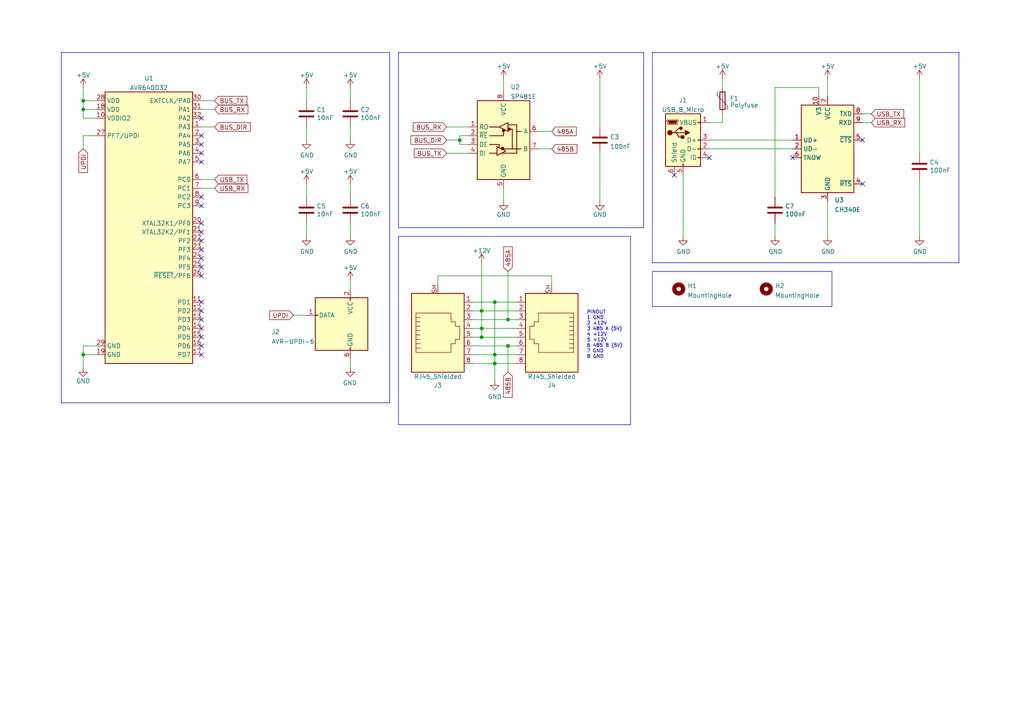
<source format=kicad_sch>
(kicad_sch (version 20230121) (generator eeschema)

  (uuid e63e39d7-6ac0-4ffd-8aa3-1841a4541b55)

  (paper "A4")

  (lib_symbols
    (symbol "Connector:AVR-UPDI-6" (pin_names (offset 1.016)) (in_bom yes) (on_board yes)
      (property "Reference" "J" (at -6.35 8.89 0)
        (effects (font (size 1.27 1.27)) (justify left))
      )
      (property "Value" "AVR-UPDI-6" (at 0 8.89 0)
        (effects (font (size 1.27 1.27)) (justify left))
      )
      (property "Footprint" "" (at -6.35 -1.27 90)
        (effects (font (size 1.27 1.27)) hide)
      )
      (property "Datasheet" "https://www.microchip.com/webdoc/GUID-9D10622A-5C16-4405-B092-1BDD437B4976/index.html?GUID-9B349315-2842-4189-B88C-49F4E1055D7F" (at -32.385 -13.97 0)
        (effects (font (size 1.27 1.27)) hide)
      )
      (property "ki_keywords" "AVR UPDI Connector" (at 0 0 0)
        (effects (font (size 1.27 1.27)) hide)
      )
      (property "ki_description" "Atmel 6-pin UPDI connector" (at 0 0 0)
        (effects (font (size 1.27 1.27)) hide)
      )
      (property "ki_fp_filters" "IDC?Header*2x03* Pin?Header*2x03*" (at 0 0 0)
        (effects (font (size 1.27 1.27)) hide)
      )
      (symbol "AVR-UPDI-6_0_1"
        (rectangle (start -2.667 -6.858) (end -2.413 -7.62)
          (stroke (width 0) (type default))
          (fill (type none))
        )
        (rectangle (start -2.667 7.62) (end -2.413 6.858)
          (stroke (width 0) (type default))
          (fill (type none))
        )
        (rectangle (start 7.62 2.667) (end 6.858 2.413)
          (stroke (width 0) (type default))
          (fill (type none))
        )
        (rectangle (start 7.62 7.62) (end -7.62 -7.62)
          (stroke (width 0.254) (type default))
          (fill (type background))
        )
      )
      (symbol "AVR-UPDI-6_1_1"
        (pin passive line (at 10.16 2.54 180) (length 2.54)
          (name "DATA" (effects (font (size 1.27 1.27))))
          (number "1" (effects (font (size 1.27 1.27))))
        )
        (pin passive line (at -2.54 10.16 270) (length 2.54)
          (name "VCC" (effects (font (size 1.27 1.27))))
          (number "2" (effects (font (size 1.27 1.27))))
        )
        (pin no_connect line (at 7.62 0 180) (length 2.54) hide
          (name "NC" (effects (font (size 1.27 1.27))))
          (number "3" (effects (font (size 1.27 1.27))))
        )
        (pin no_connect line (at 7.62 -2.54 180) (length 2.54) hide
          (name "NC" (effects (font (size 1.27 1.27))))
          (number "4" (effects (font (size 1.27 1.27))))
        )
        (pin no_connect line (at 7.62 -5.08 180) (length 2.54) hide
          (name "NC" (effects (font (size 1.27 1.27))))
          (number "5" (effects (font (size 1.27 1.27))))
        )
        (pin passive line (at -2.54 -10.16 90) (length 2.54)
          (name "GND" (effects (font (size 1.27 1.27))))
          (number "6" (effects (font (size 1.27 1.27))))
        )
      )
    )
    (symbol "Connector:RJ45_Shielded" (pin_names (offset 1.016)) (in_bom yes) (on_board yes)
      (property "Reference" "J" (at -5.08 13.97 0)
        (effects (font (size 1.27 1.27)) (justify right))
      )
      (property "Value" "RJ45_Shielded" (at 2.54 13.97 0)
        (effects (font (size 1.27 1.27)) (justify left))
      )
      (property "Footprint" "" (at 0 0.635 90)
        (effects (font (size 1.27 1.27)) hide)
      )
      (property "Datasheet" "~" (at 0 0.635 90)
        (effects (font (size 1.27 1.27)) hide)
      )
      (property "ki_keywords" "8P8C RJ jack socket connector" (at 0 0 0)
        (effects (font (size 1.27 1.27)) hide)
      )
      (property "ki_description" "RJ connector, 8P8C (8 positions 8 connected), Shielded" (at 0 0 0)
        (effects (font (size 1.27 1.27)) hide)
      )
      (property "ki_fp_filters" "8P8C* RJ31* RJ32* RJ33* RJ34* RJ35* RJ41* RJ45* RJ49* RJ61*" (at 0 0 0)
        (effects (font (size 1.27 1.27)) hide)
      )
      (symbol "RJ45_Shielded_0_1"
        (polyline
          (pts
            (xy -5.08 4.445)
            (xy -6.35 4.445)
          )
          (stroke (width 0) (type default))
          (fill (type none))
        )
        (polyline
          (pts
            (xy -5.08 5.715)
            (xy -6.35 5.715)
          )
          (stroke (width 0) (type default))
          (fill (type none))
        )
        (polyline
          (pts
            (xy -6.35 -3.175)
            (xy -5.08 -3.175)
            (xy -5.08 -3.175)
          )
          (stroke (width 0) (type default))
          (fill (type none))
        )
        (polyline
          (pts
            (xy -6.35 -1.905)
            (xy -5.08 -1.905)
            (xy -5.08 -1.905)
          )
          (stroke (width 0) (type default))
          (fill (type none))
        )
        (polyline
          (pts
            (xy -6.35 -0.635)
            (xy -5.08 -0.635)
            (xy -5.08 -0.635)
          )
          (stroke (width 0) (type default))
          (fill (type none))
        )
        (polyline
          (pts
            (xy -6.35 0.635)
            (xy -5.08 0.635)
            (xy -5.08 0.635)
          )
          (stroke (width 0) (type default))
          (fill (type none))
        )
        (polyline
          (pts
            (xy -6.35 1.905)
            (xy -5.08 1.905)
            (xy -5.08 1.905)
          )
          (stroke (width 0) (type default))
          (fill (type none))
        )
        (polyline
          (pts
            (xy -5.08 3.175)
            (xy -6.35 3.175)
            (xy -6.35 3.175)
          )
          (stroke (width 0) (type default))
          (fill (type none))
        )
        (polyline
          (pts
            (xy -6.35 -4.445)
            (xy -6.35 6.985)
            (xy 3.81 6.985)
            (xy 3.81 4.445)
            (xy 5.08 4.445)
            (xy 5.08 3.175)
            (xy 6.35 3.175)
            (xy 6.35 -0.635)
            (xy 5.08 -0.635)
            (xy 5.08 -1.905)
            (xy 3.81 -1.905)
            (xy 3.81 -4.445)
            (xy -6.35 -4.445)
            (xy -6.35 -4.445)
          )
          (stroke (width 0) (type default))
          (fill (type none))
        )
        (rectangle (start 7.62 12.7) (end -7.62 -10.16)
          (stroke (width 0.254) (type default))
          (fill (type background))
        )
      )
      (symbol "RJ45_Shielded_1_1"
        (pin passive line (at 10.16 -7.62 180) (length 2.54)
          (name "~" (effects (font (size 1.27 1.27))))
          (number "1" (effects (font (size 1.27 1.27))))
        )
        (pin passive line (at 10.16 -5.08 180) (length 2.54)
          (name "~" (effects (font (size 1.27 1.27))))
          (number "2" (effects (font (size 1.27 1.27))))
        )
        (pin passive line (at 10.16 -2.54 180) (length 2.54)
          (name "~" (effects (font (size 1.27 1.27))))
          (number "3" (effects (font (size 1.27 1.27))))
        )
        (pin passive line (at 10.16 0 180) (length 2.54)
          (name "~" (effects (font (size 1.27 1.27))))
          (number "4" (effects (font (size 1.27 1.27))))
        )
        (pin passive line (at 10.16 2.54 180) (length 2.54)
          (name "~" (effects (font (size 1.27 1.27))))
          (number "5" (effects (font (size 1.27 1.27))))
        )
        (pin passive line (at 10.16 5.08 180) (length 2.54)
          (name "~" (effects (font (size 1.27 1.27))))
          (number "6" (effects (font (size 1.27 1.27))))
        )
        (pin passive line (at 10.16 7.62 180) (length 2.54)
          (name "~" (effects (font (size 1.27 1.27))))
          (number "7" (effects (font (size 1.27 1.27))))
        )
        (pin passive line (at 10.16 10.16 180) (length 2.54)
          (name "~" (effects (font (size 1.27 1.27))))
          (number "8" (effects (font (size 1.27 1.27))))
        )
        (pin passive line (at 0 -12.7 90) (length 2.54)
          (name "~" (effects (font (size 1.27 1.27))))
          (number "SH" (effects (font (size 1.27 1.27))))
        )
      )
    )
    (symbol "Connector:USB_B_Micro" (pin_names (offset 1.016)) (in_bom yes) (on_board yes)
      (property "Reference" "J" (at -5.08 11.43 0)
        (effects (font (size 1.27 1.27)) (justify left))
      )
      (property "Value" "USB_B_Micro" (at -5.08 8.89 0)
        (effects (font (size 1.27 1.27)) (justify left))
      )
      (property "Footprint" "" (at 3.81 -1.27 0)
        (effects (font (size 1.27 1.27)) hide)
      )
      (property "Datasheet" "~" (at 3.81 -1.27 0)
        (effects (font (size 1.27 1.27)) hide)
      )
      (property "ki_keywords" "connector USB micro" (at 0 0 0)
        (effects (font (size 1.27 1.27)) hide)
      )
      (property "ki_description" "USB Micro Type B connector" (at 0 0 0)
        (effects (font (size 1.27 1.27)) hide)
      )
      (property "ki_fp_filters" "USB*" (at 0 0 0)
        (effects (font (size 1.27 1.27)) hide)
      )
      (symbol "USB_B_Micro_0_1"
        (rectangle (start -5.08 -7.62) (end 5.08 7.62)
          (stroke (width 0.254) (type default))
          (fill (type background))
        )
        (circle (center -3.81 2.159) (radius 0.635)
          (stroke (width 0.254) (type default))
          (fill (type outline))
        )
        (circle (center -0.635 3.429) (radius 0.381)
          (stroke (width 0.254) (type default))
          (fill (type outline))
        )
        (rectangle (start -0.127 -7.62) (end 0.127 -6.858)
          (stroke (width 0) (type default))
          (fill (type none))
        )
        (polyline
          (pts
            (xy -1.905 2.159)
            (xy 0.635 2.159)
          )
          (stroke (width 0.254) (type default))
          (fill (type none))
        )
        (polyline
          (pts
            (xy -3.175 2.159)
            (xy -2.54 2.159)
            (xy -1.27 3.429)
            (xy -0.635 3.429)
          )
          (stroke (width 0.254) (type default))
          (fill (type none))
        )
        (polyline
          (pts
            (xy -2.54 2.159)
            (xy -1.905 2.159)
            (xy -1.27 0.889)
            (xy 0 0.889)
          )
          (stroke (width 0.254) (type default))
          (fill (type none))
        )
        (polyline
          (pts
            (xy 0.635 2.794)
            (xy 0.635 1.524)
            (xy 1.905 2.159)
            (xy 0.635 2.794)
          )
          (stroke (width 0.254) (type default))
          (fill (type outline))
        )
        (polyline
          (pts
            (xy -4.318 5.588)
            (xy -1.778 5.588)
            (xy -2.032 4.826)
            (xy -4.064 4.826)
            (xy -4.318 5.588)
          )
          (stroke (width 0) (type default))
          (fill (type outline))
        )
        (polyline
          (pts
            (xy -4.699 5.842)
            (xy -4.699 5.588)
            (xy -4.445 4.826)
            (xy -4.445 4.572)
            (xy -1.651 4.572)
            (xy -1.651 4.826)
            (xy -1.397 5.588)
            (xy -1.397 5.842)
            (xy -4.699 5.842)
          )
          (stroke (width 0) (type default))
          (fill (type none))
        )
        (rectangle (start 0.254 1.27) (end -0.508 0.508)
          (stroke (width 0.254) (type default))
          (fill (type outline))
        )
        (rectangle (start 5.08 -5.207) (end 4.318 -4.953)
          (stroke (width 0) (type default))
          (fill (type none))
        )
        (rectangle (start 5.08 -2.667) (end 4.318 -2.413)
          (stroke (width 0) (type default))
          (fill (type none))
        )
        (rectangle (start 5.08 -0.127) (end 4.318 0.127)
          (stroke (width 0) (type default))
          (fill (type none))
        )
        (rectangle (start 5.08 4.953) (end 4.318 5.207)
          (stroke (width 0) (type default))
          (fill (type none))
        )
      )
      (symbol "USB_B_Micro_1_1"
        (pin power_out line (at 7.62 5.08 180) (length 2.54)
          (name "VBUS" (effects (font (size 1.27 1.27))))
          (number "1" (effects (font (size 1.27 1.27))))
        )
        (pin bidirectional line (at 7.62 -2.54 180) (length 2.54)
          (name "D-" (effects (font (size 1.27 1.27))))
          (number "2" (effects (font (size 1.27 1.27))))
        )
        (pin bidirectional line (at 7.62 0 180) (length 2.54)
          (name "D+" (effects (font (size 1.27 1.27))))
          (number "3" (effects (font (size 1.27 1.27))))
        )
        (pin passive line (at 7.62 -5.08 180) (length 2.54)
          (name "ID" (effects (font (size 1.27 1.27))))
          (number "4" (effects (font (size 1.27 1.27))))
        )
        (pin power_out line (at 0 -10.16 90) (length 2.54)
          (name "GND" (effects (font (size 1.27 1.27))))
          (number "5" (effects (font (size 1.27 1.27))))
        )
        (pin passive line (at -2.54 -10.16 90) (length 2.54)
          (name "Shield" (effects (font (size 1.27 1.27))))
          (number "6" (effects (font (size 1.27 1.27))))
        )
      )
    )
    (symbol "Device:C" (pin_numbers hide) (pin_names (offset 0.254)) (in_bom yes) (on_board yes)
      (property "Reference" "C" (at 0.635 2.54 0)
        (effects (font (size 1.27 1.27)) (justify left))
      )
      (property "Value" "C" (at 0.635 -2.54 0)
        (effects (font (size 1.27 1.27)) (justify left))
      )
      (property "Footprint" "" (at 0.9652 -3.81 0)
        (effects (font (size 1.27 1.27)) hide)
      )
      (property "Datasheet" "~" (at 0 0 0)
        (effects (font (size 1.27 1.27)) hide)
      )
      (property "ki_keywords" "cap capacitor" (at 0 0 0)
        (effects (font (size 1.27 1.27)) hide)
      )
      (property "ki_description" "Unpolarized capacitor" (at 0 0 0)
        (effects (font (size 1.27 1.27)) hide)
      )
      (property "ki_fp_filters" "C_*" (at 0 0 0)
        (effects (font (size 1.27 1.27)) hide)
      )
      (symbol "C_0_1"
        (polyline
          (pts
            (xy -2.032 -0.762)
            (xy 2.032 -0.762)
          )
          (stroke (width 0.508) (type default))
          (fill (type none))
        )
        (polyline
          (pts
            (xy -2.032 0.762)
            (xy 2.032 0.762)
          )
          (stroke (width 0.508) (type default))
          (fill (type none))
        )
      )
      (symbol "C_1_1"
        (pin passive line (at 0 3.81 270) (length 2.794)
          (name "~" (effects (font (size 1.27 1.27))))
          (number "1" (effects (font (size 1.27 1.27))))
        )
        (pin passive line (at 0 -3.81 90) (length 2.794)
          (name "~" (effects (font (size 1.27 1.27))))
          (number "2" (effects (font (size 1.27 1.27))))
        )
      )
    )
    (symbol "Device:Polyfuse" (pin_numbers hide) (pin_names (offset 0)) (in_bom yes) (on_board yes)
      (property "Reference" "F" (at -2.54 0 90)
        (effects (font (size 1.27 1.27)))
      )
      (property "Value" "Polyfuse" (at 2.54 0 90)
        (effects (font (size 1.27 1.27)))
      )
      (property "Footprint" "" (at 1.27 -5.08 0)
        (effects (font (size 1.27 1.27)) (justify left) hide)
      )
      (property "Datasheet" "~" (at 0 0 0)
        (effects (font (size 1.27 1.27)) hide)
      )
      (property "ki_keywords" "resettable fuse PTC PPTC polyfuse polyswitch" (at 0 0 0)
        (effects (font (size 1.27 1.27)) hide)
      )
      (property "ki_description" "Resettable fuse, polymeric positive temperature coefficient" (at 0 0 0)
        (effects (font (size 1.27 1.27)) hide)
      )
      (property "ki_fp_filters" "*polyfuse* *PTC*" (at 0 0 0)
        (effects (font (size 1.27 1.27)) hide)
      )
      (symbol "Polyfuse_0_1"
        (rectangle (start -0.762 2.54) (end 0.762 -2.54)
          (stroke (width 0.254) (type default))
          (fill (type none))
        )
        (polyline
          (pts
            (xy 0 2.54)
            (xy 0 -2.54)
          )
          (stroke (width 0) (type default))
          (fill (type none))
        )
        (polyline
          (pts
            (xy -1.524 2.54)
            (xy -1.524 1.524)
            (xy 1.524 -1.524)
            (xy 1.524 -2.54)
          )
          (stroke (width 0) (type default))
          (fill (type none))
        )
      )
      (symbol "Polyfuse_1_1"
        (pin passive line (at 0 3.81 270) (length 1.27)
          (name "~" (effects (font (size 1.27 1.27))))
          (number "1" (effects (font (size 1.27 1.27))))
        )
        (pin passive line (at 0 -3.81 90) (length 1.27)
          (name "~" (effects (font (size 1.27 1.27))))
          (number "2" (effects (font (size 1.27 1.27))))
        )
      )
    )
    (symbol "Interface_USB:CH340E" (in_bom yes) (on_board yes)
      (property "Reference" "U" (at -5.08 13.97 0)
        (effects (font (size 1.27 1.27)) (justify right))
      )
      (property "Value" "CH340E" (at 1.27 13.97 0)
        (effects (font (size 1.27 1.27)) (justify left))
      )
      (property "Footprint" "Package_SO:MSOP-10_3x3mm_P0.5mm" (at 1.27 -13.97 0)
        (effects (font (size 1.27 1.27)) (justify left) hide)
      )
      (property "Datasheet" "https://www.mpja.com/download/35227cpdata.pdf" (at -8.89 20.32 0)
        (effects (font (size 1.27 1.27)) hide)
      )
      (property "ki_keywords" "USB UART Serial Converter Interface" (at 0 0 0)
        (effects (font (size 1.27 1.27)) hide)
      )
      (property "ki_description" "USB serial converter, UART, MSOP-10" (at 0 0 0)
        (effects (font (size 1.27 1.27)) hide)
      )
      (property "ki_fp_filters" "MSOP*3x3mm*P0.5mm*" (at 0 0 0)
        (effects (font (size 1.27 1.27)) hide)
      )
      (symbol "CH340E_0_1"
        (rectangle (start -7.62 12.7) (end 7.62 -12.7)
          (stroke (width 0.254) (type default))
          (fill (type background))
        )
      )
      (symbol "CH340E_1_1"
        (pin bidirectional line (at -10.16 2.54 0) (length 2.54)
          (name "UD+" (effects (font (size 1.27 1.27))))
          (number "1" (effects (font (size 1.27 1.27))))
        )
        (pin passive line (at -2.54 15.24 270) (length 2.54)
          (name "V3" (effects (font (size 1.27 1.27))))
          (number "10" (effects (font (size 1.27 1.27))))
        )
        (pin bidirectional line (at -10.16 0 0) (length 2.54)
          (name "UD-" (effects (font (size 1.27 1.27))))
          (number "2" (effects (font (size 1.27 1.27))))
        )
        (pin power_in line (at 0 -15.24 90) (length 2.54)
          (name "GND" (effects (font (size 1.27 1.27))))
          (number "3" (effects (font (size 1.27 1.27))))
        )
        (pin output line (at 10.16 -10.16 180) (length 2.54)
          (name "~{RTS}" (effects (font (size 1.27 1.27))))
          (number "4" (effects (font (size 1.27 1.27))))
        )
        (pin input line (at 10.16 2.54 180) (length 2.54)
          (name "~{CTS}" (effects (font (size 1.27 1.27))))
          (number "5" (effects (font (size 1.27 1.27))))
        )
        (pin output line (at -10.16 -2.54 0) (length 2.54)
          (name "TNOW" (effects (font (size 1.27 1.27))))
          (number "6" (effects (font (size 1.27 1.27))))
        )
        (pin power_in line (at 0 15.24 270) (length 2.54)
          (name "VCC" (effects (font (size 1.27 1.27))))
          (number "7" (effects (font (size 1.27 1.27))))
        )
        (pin output line (at 10.16 10.16 180) (length 2.54)
          (name "TXD" (effects (font (size 1.27 1.27))))
          (number "8" (effects (font (size 1.27 1.27))))
        )
        (pin input line (at 10.16 7.62 180) (length 2.54)
          (name "RXD" (effects (font (size 1.27 1.27))))
          (number "9" (effects (font (size 1.27 1.27))))
        )
      )
    )
    (symbol "Mechanical:MountingHole" (pin_names (offset 1.016)) (in_bom yes) (on_board yes)
      (property "Reference" "H" (at 0 5.08 0)
        (effects (font (size 1.27 1.27)))
      )
      (property "Value" "MountingHole" (at 0 3.175 0)
        (effects (font (size 1.27 1.27)))
      )
      (property "Footprint" "" (at 0 0 0)
        (effects (font (size 1.27 1.27)) hide)
      )
      (property "Datasheet" "~" (at 0 0 0)
        (effects (font (size 1.27 1.27)) hide)
      )
      (property "ki_keywords" "mounting hole" (at 0 0 0)
        (effects (font (size 1.27 1.27)) hide)
      )
      (property "ki_description" "Mounting Hole without connection" (at 0 0 0)
        (effects (font (size 1.27 1.27)) hide)
      )
      (property "ki_fp_filters" "MountingHole*" (at 0 0 0)
        (effects (font (size 1.27 1.27)) hide)
      )
      (symbol "MountingHole_0_1"
        (circle (center 0 0) (radius 1.27)
          (stroke (width 1.27) (type default))
          (fill (type none))
        )
      )
    )
    (symbol "kiu:AVR64DD32" (in_bom yes) (on_board yes)
      (property "Reference" "U" (at -12.7 -19.05 0)
        (effects (font (size 1.27 1.27)))
      )
      (property "Value" "AVR64DD32" (at 7.62 -19.05 0)
        (effects (font (size 1.27 1.27)))
      )
      (property "Footprint" "" (at 0 0 0)
        (effects (font (size 1.27 1.27)) hide)
      )
      (property "Datasheet" "" (at 0 0 0)
        (effects (font (size 1.27 1.27)) hide)
      )
      (symbol "AVR64DD32_0_1"
        (rectangle (start -12.7 -20.32) (end 12.7 -99.06)
          (stroke (width 0.254) (type default))
          (fill (type background))
        )
      )
      (symbol "AVR64DD32_1_1"
        (pin bidirectional line (at 15.24 -30.48 180) (length 2.54)
          (name "PA3" (effects (font (size 1.27 1.27))))
          (number "1" (effects (font (size 1.27 1.27))))
        )
        (pin power_in line (at -15.24 -27.94 0) (length 2.54)
          (name "VDDIO2" (effects (font (size 1.27 1.27))))
          (number "10" (effects (font (size 1.27 1.27))))
        )
        (pin bidirectional line (at 15.24 -81.28 180) (length 2.54)
          (name "PD1" (effects (font (size 1.27 1.27))))
          (number "11" (effects (font (size 1.27 1.27))))
        )
        (pin bidirectional line (at 15.24 -83.82 180) (length 2.54)
          (name "PD2" (effects (font (size 1.27 1.27))))
          (number "12" (effects (font (size 1.27 1.27))))
        )
        (pin bidirectional line (at 15.24 -86.36 180) (length 2.54)
          (name "PD3" (effects (font (size 1.27 1.27))))
          (number "13" (effects (font (size 1.27 1.27))))
        )
        (pin bidirectional line (at 15.24 -88.9 180) (length 2.54)
          (name "PD4" (effects (font (size 1.27 1.27))))
          (number "14" (effects (font (size 1.27 1.27))))
        )
        (pin bidirectional line (at 15.24 -91.44 180) (length 2.54)
          (name "PD5" (effects (font (size 1.27 1.27))))
          (number "15" (effects (font (size 1.27 1.27))))
        )
        (pin bidirectional line (at 15.24 -93.98 180) (length 2.54)
          (name "PD6" (effects (font (size 1.27 1.27))))
          (number "16" (effects (font (size 1.27 1.27))))
        )
        (pin bidirectional line (at 15.24 -96.52 180) (length 2.54)
          (name "PD7" (effects (font (size 1.27 1.27))))
          (number "17" (effects (font (size 1.27 1.27))))
        )
        (pin power_in line (at -15.24 -25.4 0) (length 2.54)
          (name "VDD" (effects (font (size 1.27 1.27))))
          (number "18" (effects (font (size 1.27 1.27))))
        )
        (pin power_in line (at -15.24 -96.52 0) (length 2.54)
          (name "GND" (effects (font (size 1.27 1.27))))
          (number "19" (effects (font (size 1.27 1.27))))
        )
        (pin bidirectional line (at 15.24 -33.02 180) (length 2.54)
          (name "PA4" (effects (font (size 1.27 1.27))))
          (number "2" (effects (font (size 1.27 1.27))))
        )
        (pin bidirectional line (at 15.24 -58.42 180) (length 2.54)
          (name "XTAL32K1/PF0" (effects (font (size 1.27 1.27))))
          (number "20" (effects (font (size 1.27 1.27))))
        )
        (pin bidirectional line (at 15.24 -60.96 180) (length 2.54)
          (name "XTAL32K2/PF1" (effects (font (size 1.27 1.27))))
          (number "21" (effects (font (size 1.27 1.27))))
        )
        (pin bidirectional line (at 15.24 -63.5 180) (length 2.54)
          (name "PF2" (effects (font (size 1.27 1.27))))
          (number "22" (effects (font (size 1.27 1.27))))
        )
        (pin bidirectional line (at 15.24 -66.04 180) (length 2.54)
          (name "PF3" (effects (font (size 1.27 1.27))))
          (number "23" (effects (font (size 1.27 1.27))))
        )
        (pin bidirectional line (at 15.24 -68.58 180) (length 2.54)
          (name "PF4" (effects (font (size 1.27 1.27))))
          (number "24" (effects (font (size 1.27 1.27))))
        )
        (pin bidirectional line (at 15.24 -71.12 180) (length 2.54)
          (name "PF5" (effects (font (size 1.27 1.27))))
          (number "25" (effects (font (size 1.27 1.27))))
        )
        (pin input line (at 15.24 -73.66 180) (length 2.54)
          (name "~{RESET}/PF6" (effects (font (size 1.27 1.27))))
          (number "26" (effects (font (size 1.27 1.27))))
        )
        (pin bidirectional line (at -15.24 -33.02 0) (length 2.54)
          (name "PF7/UPDI" (effects (font (size 1.27 1.27))))
          (number "27" (effects (font (size 1.27 1.27))))
        )
        (pin power_in line (at -15.24 -22.86 0) (length 2.54)
          (name "VDD" (effects (font (size 1.27 1.27))))
          (number "28" (effects (font (size 1.27 1.27))))
        )
        (pin power_in line (at -15.24 -93.98 0) (length 2.54)
          (name "GND" (effects (font (size 1.27 1.27))))
          (number "29" (effects (font (size 1.27 1.27))))
        )
        (pin bidirectional line (at 15.24 -35.56 180) (length 2.54)
          (name "PA5" (effects (font (size 1.27 1.27))))
          (number "3" (effects (font (size 1.27 1.27))))
        )
        (pin bidirectional line (at 15.24 -22.86 180) (length 2.54)
          (name "EXTCLK/PA0" (effects (font (size 1.27 1.27))))
          (number "30" (effects (font (size 1.27 1.27))))
        )
        (pin bidirectional line (at 15.24 -25.4 180) (length 2.54)
          (name "PA1" (effects (font (size 1.27 1.27))))
          (number "31" (effects (font (size 1.27 1.27))))
        )
        (pin bidirectional line (at 15.24 -27.94 180) (length 2.54)
          (name "PA2" (effects (font (size 1.27 1.27))))
          (number "32" (effects (font (size 1.27 1.27))))
        )
        (pin bidirectional line (at 15.24 -38.1 180) (length 2.54)
          (name "PA6" (effects (font (size 1.27 1.27))))
          (number "4" (effects (font (size 1.27 1.27))))
        )
        (pin bidirectional line (at 15.24 -40.64 180) (length 2.54)
          (name "PA7" (effects (font (size 1.27 1.27))))
          (number "5" (effects (font (size 1.27 1.27))))
        )
        (pin bidirectional line (at 15.24 -45.72 180) (length 2.54)
          (name "PC0" (effects (font (size 1.27 1.27))))
          (number "6" (effects (font (size 1.27 1.27))))
        )
        (pin bidirectional line (at 15.24 -48.26 180) (length 2.54)
          (name "PC1" (effects (font (size 1.27 1.27))))
          (number "7" (effects (font (size 1.27 1.27))))
        )
        (pin bidirectional line (at 15.24 -50.8 180) (length 2.54)
          (name "PC2" (effects (font (size 1.27 1.27))))
          (number "8" (effects (font (size 1.27 1.27))))
        )
        (pin bidirectional line (at 15.24 -53.34 180) (length 2.54)
          (name "PC3" (effects (font (size 1.27 1.27))))
          (number "9" (effects (font (size 1.27 1.27))))
        )
      )
    )
    (symbol "kiu:SP481E" (in_bom yes) (on_board yes)
      (property "Reference" "U" (at 3.81 12.7 0)
        (effects (font (size 1.27 1.27)))
      )
      (property "Value" "SP481E" (at 7.62 -12.7 0)
        (effects (font (size 1.27 1.27)) (justify right))
      )
      (property "Footprint" "" (at 0 0 0)
        (effects (font (size 1.27 1.27)) hide)
      )
      (property "Datasheet" "" (at 0 0 0)
        (effects (font (size 1.27 1.27)) hide)
      )
      (symbol "SP481E_0_1"
        (rectangle (start -7.62 11.43) (end 7.62 -11.43)
          (stroke (width 0.254) (type default))
          (fill (type background))
        )
        (circle (center -0.3048 -2.413) (radius 0.3556)
          (stroke (width 0.254) (type default))
          (fill (type outline))
        )
        (circle (center -0.0254 2.7686) (radius 0.3556)
          (stroke (width 0.254) (type default))
          (fill (type outline))
        )
        (polyline
          (pts
            (xy -4.064 -3.81)
            (xy -1.905 -3.81)
          )
          (stroke (width 0.254) (type default))
          (fill (type none))
        )
        (polyline
          (pts
            (xy -4.064 3.81)
            (xy -1.27 3.81)
          )
          (stroke (width 0.254) (type default))
          (fill (type none))
        )
        (polyline
          (pts
            (xy -1.27 -1.9304)
            (xy -1.27 -2.1844)
          )
          (stroke (width 0.254) (type default))
          (fill (type none))
        )
        (polyline
          (pts
            (xy -0.635 -3.81)
            (xy 3.81 -3.81)
          )
          (stroke (width 0.254) (type default))
          (fill (type none))
        )
        (polyline
          (pts
            (xy 1.27 3.175)
            (xy 2.54 3.175)
          )
          (stroke (width 0.254) (type default))
          (fill (type none))
        )
        (polyline
          (pts
            (xy 2.54 -2.54)
            (xy 5.08 -2.54)
          )
          (stroke (width 0.254) (type default))
          (fill (type none))
        )
        (polyline
          (pts
            (xy 3.81 2.54)
            (xy 5.08 2.54)
          )
          (stroke (width 0.254) (type default))
          (fill (type none))
        )
        (polyline
          (pts
            (xy -4.064 -1.27)
            (xy -1.27 -1.27)
            (xy -1.27 -1.905)
          )
          (stroke (width 0.254) (type default))
          (fill (type none))
        )
        (polyline
          (pts
            (xy 0 2.54)
            (xy 0 1.27)
            (xy -4.064 1.27)
          )
          (stroke (width 0.254) (type default))
          (fill (type none))
        )
        (polyline
          (pts
            (xy 1.27 4.445)
            (xy 3.81 4.445)
            (xy 3.81 -3.81)
          )
          (stroke (width 0.254) (type default))
          (fill (type none))
        )
        (polyline
          (pts
            (xy 2.54 3.175)
            (xy 2.54 -2.54)
            (xy 0 -2.54)
          )
          (stroke (width 0.254) (type default))
          (fill (type none))
        )
        (polyline
          (pts
            (xy -1.905 -1.905)
            (xy -1.905 -4.445)
            (xy 0.635 -3.175)
            (xy -1.905 -1.905)
          )
          (stroke (width 0.254) (type default))
          (fill (type none))
        )
        (polyline
          (pts
            (xy -1.27 3.81)
            (xy 1.27 5.08)
            (xy 1.27 2.54)
            (xy -1.27 3.81)
          )
          (stroke (width 0.254) (type default))
          (fill (type none))
        )
        (rectangle (start 1.27 4.445) (end 1.27 4.445)
          (stroke (width 0) (type default))
          (fill (type none))
        )
        (circle (center 1.651 3.175) (radius 0.3556)
          (stroke (width 0.254) (type default))
          (fill (type outline))
        )
      )
      (symbol "SP481E_1_1"
        (pin output line (at -10.16 3.81 0) (length 2.54)
          (name "RO" (effects (font (size 1.27 1.27))))
          (number "1" (effects (font (size 1.27 1.27))))
        )
        (pin input line (at -10.16 1.27 0) (length 2.54)
          (name "~{RE}" (effects (font (size 1.27 1.27))))
          (number "2" (effects (font (size 1.27 1.27))))
        )
        (pin input line (at -10.16 -1.27 0) (length 2.54)
          (name "DE" (effects (font (size 1.27 1.27))))
          (number "3" (effects (font (size 1.27 1.27))))
        )
        (pin input line (at -10.16 -3.81 0) (length 2.54)
          (name "DI" (effects (font (size 1.27 1.27))))
          (number "4" (effects (font (size 1.27 1.27))))
        )
        (pin power_in line (at 0 -13.97 90) (length 2.54)
          (name "GND" (effects (font (size 1.27 1.27))))
          (number "5" (effects (font (size 1.27 1.27))))
        )
        (pin bidirectional line (at 10.16 2.54 180) (length 2.54)
          (name "A" (effects (font (size 1.27 1.27))))
          (number "6" (effects (font (size 1.27 1.27))))
        )
        (pin bidirectional line (at 10.16 -2.54 180) (length 2.54)
          (name "B" (effects (font (size 1.27 1.27))))
          (number "7" (effects (font (size 1.27 1.27))))
        )
        (pin power_in line (at 0 13.97 270) (length 2.54)
          (name "VCC" (effects (font (size 1.27 1.27))))
          (number "8" (effects (font (size 1.27 1.27))))
        )
      )
    )
    (symbol "power:+12V" (power) (pin_names (offset 0)) (in_bom yes) (on_board yes)
      (property "Reference" "#PWR" (at 0 -3.81 0)
        (effects (font (size 1.27 1.27)) hide)
      )
      (property "Value" "+12V" (at 0 3.556 0)
        (effects (font (size 1.27 1.27)))
      )
      (property "Footprint" "" (at 0 0 0)
        (effects (font (size 1.27 1.27)) hide)
      )
      (property "Datasheet" "" (at 0 0 0)
        (effects (font (size 1.27 1.27)) hide)
      )
      (property "ki_keywords" "global power" (at 0 0 0)
        (effects (font (size 1.27 1.27)) hide)
      )
      (property "ki_description" "Power symbol creates a global label with name \"+12V\"" (at 0 0 0)
        (effects (font (size 1.27 1.27)) hide)
      )
      (symbol "+12V_0_1"
        (polyline
          (pts
            (xy -0.762 1.27)
            (xy 0 2.54)
          )
          (stroke (width 0) (type default))
          (fill (type none))
        )
        (polyline
          (pts
            (xy 0 0)
            (xy 0 2.54)
          )
          (stroke (width 0) (type default))
          (fill (type none))
        )
        (polyline
          (pts
            (xy 0 2.54)
            (xy 0.762 1.27)
          )
          (stroke (width 0) (type default))
          (fill (type none))
        )
      )
      (symbol "+12V_1_1"
        (pin power_in line (at 0 0 90) (length 0) hide
          (name "+12V" (effects (font (size 1.27 1.27))))
          (number "1" (effects (font (size 1.27 1.27))))
        )
      )
    )
    (symbol "power:+5V" (power) (pin_names (offset 0)) (in_bom yes) (on_board yes)
      (property "Reference" "#PWR" (at 0 -3.81 0)
        (effects (font (size 1.27 1.27)) hide)
      )
      (property "Value" "+5V" (at 0 3.556 0)
        (effects (font (size 1.27 1.27)))
      )
      (property "Footprint" "" (at 0 0 0)
        (effects (font (size 1.27 1.27)) hide)
      )
      (property "Datasheet" "" (at 0 0 0)
        (effects (font (size 1.27 1.27)) hide)
      )
      (property "ki_keywords" "global power" (at 0 0 0)
        (effects (font (size 1.27 1.27)) hide)
      )
      (property "ki_description" "Power symbol creates a global label with name \"+5V\"" (at 0 0 0)
        (effects (font (size 1.27 1.27)) hide)
      )
      (symbol "+5V_0_1"
        (polyline
          (pts
            (xy -0.762 1.27)
            (xy 0 2.54)
          )
          (stroke (width 0) (type default))
          (fill (type none))
        )
        (polyline
          (pts
            (xy 0 0)
            (xy 0 2.54)
          )
          (stroke (width 0) (type default))
          (fill (type none))
        )
        (polyline
          (pts
            (xy 0 2.54)
            (xy 0.762 1.27)
          )
          (stroke (width 0) (type default))
          (fill (type none))
        )
      )
      (symbol "+5V_1_1"
        (pin power_in line (at 0 0 90) (length 0) hide
          (name "+5V" (effects (font (size 1.27 1.27))))
          (number "1" (effects (font (size 1.27 1.27))))
        )
      )
    )
    (symbol "power:GND" (power) (pin_names (offset 0)) (in_bom yes) (on_board yes)
      (property "Reference" "#PWR" (at 0 -6.35 0)
        (effects (font (size 1.27 1.27)) hide)
      )
      (property "Value" "GND" (at 0 -3.81 0)
        (effects (font (size 1.27 1.27)))
      )
      (property "Footprint" "" (at 0 0 0)
        (effects (font (size 1.27 1.27)) hide)
      )
      (property "Datasheet" "" (at 0 0 0)
        (effects (font (size 1.27 1.27)) hide)
      )
      (property "ki_keywords" "global power" (at 0 0 0)
        (effects (font (size 1.27 1.27)) hide)
      )
      (property "ki_description" "Power symbol creates a global label with name \"GND\" , ground" (at 0 0 0)
        (effects (font (size 1.27 1.27)) hide)
      )
      (symbol "GND_0_1"
        (polyline
          (pts
            (xy 0 0)
            (xy 0 -1.27)
            (xy 1.27 -1.27)
            (xy 0 -2.54)
            (xy -1.27 -1.27)
            (xy 0 -1.27)
          )
          (stroke (width 0) (type default))
          (fill (type none))
        )
      )
      (symbol "GND_1_1"
        (pin power_in line (at 0 0 270) (length 0) hide
          (name "GND" (effects (font (size 1.27 1.27))))
          (number "1" (effects (font (size 1.27 1.27))))
        )
      )
    )
  )

  (junction (at 147.32 92.71) (diameter 0) (color 0 0 0 0)
    (uuid 0d3137a4-44a4-42d3-b334-69c1234049ee)
  )
  (junction (at 24.13 31.75) (diameter 0) (color 0 0 0 0)
    (uuid 2387d6cb-be7c-4b05-a880-c9ba65f91b44)
  )
  (junction (at 139.7 95.25) (diameter 0) (color 0 0 0 0)
    (uuid 47258bce-14e8-426d-808e-78d959ae01ea)
  )
  (junction (at 143.51 105.41) (diameter 0) (color 0 0 0 0)
    (uuid 4dea78e9-fe16-4455-9116-7d95b3ebf788)
  )
  (junction (at 133.35 40.64) (diameter 0) (color 0 0 0 0)
    (uuid 4e2a02eb-1fda-4880-b78c-67749feb9015)
  )
  (junction (at 24.13 102.87) (diameter 0) (color 0 0 0 0)
    (uuid 5a2c8042-d8c7-4384-b144-b6739048854a)
  )
  (junction (at 24.13 29.21) (diameter 0) (color 0 0 0 0)
    (uuid 5cb16bbb-f11a-4121-8c91-b548e1b69ab0)
  )
  (junction (at 143.51 102.87) (diameter 0) (color 0 0 0 0)
    (uuid 6860606d-84f5-4e52-b038-31d65171736f)
  )
  (junction (at 139.7 90.17) (diameter 0) (color 0 0 0 0)
    (uuid 811c6c75-a135-4d07-8a48-fb7ea2fdc989)
  )
  (junction (at 139.7 97.79) (diameter 0) (color 0 0 0 0)
    (uuid 8751ce08-fc21-4b31-b07e-b4926d8d0b2f)
  )
  (junction (at 147.32 100.33) (diameter 0) (color 0 0 0 0)
    (uuid e261feb2-0bca-466e-aa5f-df4637c7628d)
  )
  (junction (at 143.51 87.63) (diameter 0) (color 0 0 0 0)
    (uuid ecc7ac78-8446-4f3c-9f98-b29634345345)
  )

  (no_connect (at 58.42 80.01) (uuid 07c1a101-695b-4469-95e1-1934f6365176))
  (no_connect (at 250.19 53.34) (uuid 179c99da-d64e-47db-a8db-c69b425c480f))
  (no_connect (at 58.42 59.69) (uuid 18c8dbbe-a23c-4840-b42b-65c4dc4d020b))
  (no_connect (at 58.42 100.33) (uuid 28717161-bea1-4ee7-b7e2-aa0825ef3699))
  (no_connect (at 58.42 92.71) (uuid 2cee2e03-8ea5-4c27-bea2-75fd7ef1687b))
  (no_connect (at 58.42 95.25) (uuid 2cee2e03-8ea5-4c27-bea2-75fd7ef1687c))
  (no_connect (at 58.42 97.79) (uuid 2cee2e03-8ea5-4c27-bea2-75fd7ef1687d))
  (no_connect (at 58.42 102.87) (uuid 2cee2e03-8ea5-4c27-bea2-75fd7ef1687e))
  (no_connect (at 58.42 90.17) (uuid 2cee2e03-8ea5-4c27-bea2-75fd7ef1687f))
  (no_connect (at 58.42 77.47) (uuid 2cee2e03-8ea5-4c27-bea2-75fd7ef16880))
  (no_connect (at 58.42 69.85) (uuid 2cee2e03-8ea5-4c27-bea2-75fd7ef16882))
  (no_connect (at 58.42 74.93) (uuid 2cee2e03-8ea5-4c27-bea2-75fd7ef16883))
  (no_connect (at 58.42 87.63) (uuid 2cee2e03-8ea5-4c27-bea2-75fd7ef16885))
  (no_connect (at 58.42 72.39) (uuid 2cee2e03-8ea5-4c27-bea2-75fd7ef16886))
  (no_connect (at 58.42 46.99) (uuid 2cee2e03-8ea5-4c27-bea2-75fd7ef16887))
  (no_connect (at 58.42 44.45) (uuid 2cee2e03-8ea5-4c27-bea2-75fd7ef16889))
  (no_connect (at 58.42 41.91) (uuid 2cee2e03-8ea5-4c27-bea2-75fd7ef1688a))
  (no_connect (at 58.42 39.37) (uuid 2cee2e03-8ea5-4c27-bea2-75fd7ef1688b))
  (no_connect (at 205.74 45.72) (uuid 49379c2b-5df3-4af3-bd4d-360d84bb6d2f))
  (no_connect (at 250.19 40.64) (uuid 6fe2bd3c-834e-445e-a609-af9e0d30293b))
  (no_connect (at 58.42 57.15) (uuid 88ba7304-cdc0-4ed7-a00c-7985a6c4a93e))
  (no_connect (at 58.42 64.77) (uuid 8d4d8423-ea86-46b6-9f2a-4e588b98bbc6))
  (no_connect (at 229.87 45.72) (uuid 8ddde998-90d3-4507-afa6-79b80c8835b5))
  (no_connect (at 58.42 34.29) (uuid 8fba1cea-5046-41b6-b503-7ee72b1eb4af))
  (no_connect (at 58.42 67.31) (uuid b1e5e147-6379-4ec1-94c0-d8825cc23e54))
  (no_connect (at 195.58 50.8) (uuid ff9e7c90-6e35-4d7a-afad-da06e251aa61))

  (wire (pts (xy 143.51 87.63) (xy 149.86 87.63))
    (stroke (width 0) (type default))
    (uuid 00995fd2-315c-4fb7-b0d7-c7fc97a14352)
  )
  (wire (pts (xy 88.9 25.4) (xy 88.9 29.21))
    (stroke (width 0) (type default))
    (uuid 01133677-f2ab-4e5a-b884-52195507f69e)
  )
  (wire (pts (xy 101.6 36.83) (xy 101.6 40.64))
    (stroke (width 0) (type default))
    (uuid 039b7c37-f901-4b62-95ee-5eb173cc1aae)
  )
  (polyline (pts (xy 115.57 15.24) (xy 115.57 66.04))
    (stroke (width 0) (type default))
    (uuid 05a63063-d767-475d-92fb-6e88c4fcab57)
  )

  (wire (pts (xy 88.9 64.77) (xy 88.9 68.58))
    (stroke (width 0) (type default))
    (uuid 05ff5b64-6baa-404d-a50c-13555bd45ac1)
  )
  (polyline (pts (xy 189.23 15.24) (xy 278.13 15.24))
    (stroke (width 0) (type default))
    (uuid 0c2d364d-beba-49d4-ac2d-915bcae267b0)
  )
  (polyline (pts (xy 241.3 88.9) (xy 241.3 78.74))
    (stroke (width 0) (type default))
    (uuid 0ce3f431-f2f6-4b39-a635-a3cb8101c61a)
  )

  (wire (pts (xy 139.7 95.25) (xy 149.86 95.25))
    (stroke (width 0) (type default))
    (uuid 10943ef2-35e2-4375-ad96-720b278df5e2)
  )
  (polyline (pts (xy 189.23 78.74) (xy 189.23 88.9))
    (stroke (width 0) (type default))
    (uuid 14878aa3-f7e5-4e5a-86c9-c763b6e91692)
  )

  (wire (pts (xy 24.13 39.37) (xy 24.13 43.18))
    (stroke (width 0) (type default))
    (uuid 14ffcdfb-d594-4955-804d-c08b804c7641)
  )
  (wire (pts (xy 129.54 40.64) (xy 133.35 40.64))
    (stroke (width 0) (type default))
    (uuid 1aef6ba8-fca2-47d7-91f4-35c2cbe6a4b9)
  )
  (wire (pts (xy 24.13 100.33) (xy 24.13 102.87))
    (stroke (width 0) (type default))
    (uuid 1b0b14d0-0d02-4aa0-be89-c9e6ffdb7a74)
  )
  (wire (pts (xy 137.16 102.87) (xy 143.51 102.87))
    (stroke (width 0) (type default))
    (uuid 1cd06ea9-2e0a-4308-a89a-cdd4253d635d)
  )
  (wire (pts (xy 205.74 43.18) (xy 229.87 43.18))
    (stroke (width 0) (type default))
    (uuid 1ecc06d5-854e-4ae6-afe7-b1096a14441e)
  )
  (polyline (pts (xy 186.69 15.24) (xy 186.69 66.04))
    (stroke (width 0) (type default))
    (uuid 1f37e82e-7de1-4b53-a54a-afcf33c0deee)
  )

  (wire (pts (xy 250.19 35.56) (xy 252.73 35.56))
    (stroke (width 0) (type default))
    (uuid 22f7bbb3-98f3-44d4-95df-0a427db30943)
  )
  (wire (pts (xy 137.16 92.71) (xy 147.32 92.71))
    (stroke (width 0) (type default))
    (uuid 2d3573c1-18b8-4ec2-9ce9-bea043ed0d8d)
  )
  (wire (pts (xy 143.51 102.87) (xy 143.51 105.41))
    (stroke (width 0) (type default))
    (uuid 31292357-f927-48af-af99-abb754dad2d4)
  )
  (polyline (pts (xy 189.23 78.74) (xy 241.3 78.74))
    (stroke (width 0) (type default))
    (uuid 325f22b0-b331-4d4b-8098-8cad32afc7b7)
  )

  (wire (pts (xy 24.13 31.75) (xy 24.13 29.21))
    (stroke (width 0) (type default))
    (uuid 348d49b9-ccec-425b-9696-13d952113a67)
  )
  (wire (pts (xy 224.79 64.77) (xy 224.79 68.58))
    (stroke (width 0) (type default))
    (uuid 3534098e-d146-47e4-80ac-0dfc82c88de5)
  )
  (wire (pts (xy 147.32 78.74) (xy 147.32 92.71))
    (stroke (width 0) (type default))
    (uuid 36f3173f-7be4-4161-9e5f-79d99e7480e8)
  )
  (wire (pts (xy 209.55 33.02) (xy 209.55 35.56))
    (stroke (width 0) (type default))
    (uuid 371426e1-c3f9-4954-8366-fb49e25874f7)
  )
  (polyline (pts (xy 115.57 68.58) (xy 115.57 123.19))
    (stroke (width 0) (type default))
    (uuid 38dc56ca-4146-41b8-8aec-bd09506b5df9)
  )

  (wire (pts (xy 160.02 82.55) (xy 160.02 80.01))
    (stroke (width 0) (type default))
    (uuid 397bdf86-6390-485f-85a5-d9dc67e91aec)
  )
  (wire (pts (xy 27.94 31.75) (xy 24.13 31.75))
    (stroke (width 0) (type default))
    (uuid 3abdca6f-71dc-4563-b36d-bbfefb7abecf)
  )
  (wire (pts (xy 143.51 102.87) (xy 149.86 102.87))
    (stroke (width 0) (type default))
    (uuid 3cd7c5a0-dd3e-45e0-af9f-5fe7e10fd13b)
  )
  (wire (pts (xy 240.03 58.42) (xy 240.03 68.58))
    (stroke (width 0) (type default))
    (uuid 3e9debc2-00b5-4e83-b468-f5d1f2fccd1c)
  )
  (wire (pts (xy 143.51 105.41) (xy 149.86 105.41))
    (stroke (width 0) (type default))
    (uuid 3ea24d7f-d104-4454-968b-bc1016f1ef8a)
  )
  (wire (pts (xy 133.35 39.37) (xy 133.35 40.64))
    (stroke (width 0) (type default))
    (uuid 3eef1707-8df6-4d00-8bf8-b4dd21fa935c)
  )
  (wire (pts (xy 58.42 54.61) (xy 62.23 54.61))
    (stroke (width 0) (type default))
    (uuid 41fa60b4-3dd8-4c70-8346-2f5450dbb5c0)
  )
  (wire (pts (xy 101.6 81.28) (xy 101.6 83.82))
    (stroke (width 0) (type default))
    (uuid 43660d05-6869-4570-9b01-764235295cc2)
  )
  (polyline (pts (xy 189.23 15.24) (xy 189.23 76.2))
    (stroke (width 0) (type default))
    (uuid 43d8075b-a3c8-446b-bfda-c0036511881c)
  )

  (wire (pts (xy 27.94 100.33) (xy 24.13 100.33))
    (stroke (width 0) (type default))
    (uuid 4599a72e-26f9-4563-bb74-fff1ebe260a6)
  )
  (polyline (pts (xy 182.88 68.58) (xy 115.57 68.58))
    (stroke (width 0) (type default))
    (uuid 46365344-e7b9-4360-8a64-616fbb869d15)
  )

  (wire (pts (xy 143.51 105.41) (xy 143.51 110.49))
    (stroke (width 0) (type default))
    (uuid 480307a4-61aa-4334-999b-17e0c0c59ce0)
  )
  (wire (pts (xy 209.55 22.86) (xy 209.55 25.4))
    (stroke (width 0) (type default))
    (uuid 4b375a0f-9476-4a84-a921-743996b7e11c)
  )
  (wire (pts (xy 137.16 95.25) (xy 139.7 95.25))
    (stroke (width 0) (type default))
    (uuid 4fdf2032-a1c9-42ee-bd55-fc4f59dace8d)
  )
  (wire (pts (xy 146.05 54.61) (xy 146.05 58.42))
    (stroke (width 0) (type default))
    (uuid 5f74c6fb-337b-40a9-9b79-933f2f30429a)
  )
  (polyline (pts (xy 189.23 88.9) (xy 241.3 88.9))
    (stroke (width 0) (type default))
    (uuid 62eebd2e-0492-48b4-953c-a8a55d9037d8)
  )

  (wire (pts (xy 27.94 34.29) (xy 24.13 34.29))
    (stroke (width 0) (type default))
    (uuid 63192250-c8f6-4a97-88b9-75533b740c84)
  )
  (wire (pts (xy 24.13 39.37) (xy 27.94 39.37))
    (stroke (width 0) (type default))
    (uuid 63a46b0b-ec00-4a8c-b80a-3dd962f67fda)
  )
  (wire (pts (xy 58.42 52.07) (xy 62.23 52.07))
    (stroke (width 0) (type default))
    (uuid 64a057c5-fc94-46c2-a283-98dfa9145fed)
  )
  (wire (pts (xy 266.7 52.07) (xy 266.7 68.58))
    (stroke (width 0) (type default))
    (uuid 67a4eb25-db35-4473-b8a5-65eb5e55c4b3)
  )
  (wire (pts (xy 137.16 100.33) (xy 147.32 100.33))
    (stroke (width 0) (type default))
    (uuid 6c374557-83a9-478f-b1dd-7d161fcff67d)
  )
  (wire (pts (xy 127 80.01) (xy 160.02 80.01))
    (stroke (width 0) (type default))
    (uuid 6ce737cb-23e5-4847-922b-255ea0835b35)
  )
  (wire (pts (xy 237.49 25.4) (xy 224.79 25.4))
    (stroke (width 0) (type default))
    (uuid 6f5531a0-1211-4b0e-aaf5-887bee0799bd)
  )
  (wire (pts (xy 133.35 40.64) (xy 133.35 41.91))
    (stroke (width 0) (type default))
    (uuid 71b2b3a7-39d1-4dbe-947d-6148859578c6)
  )
  (wire (pts (xy 266.7 22.86) (xy 266.7 44.45))
    (stroke (width 0) (type default))
    (uuid 726d13e3-c945-4cb3-8c67-aaa66e5813f1)
  )
  (wire (pts (xy 240.03 22.86) (xy 240.03 27.94))
    (stroke (width 0) (type default))
    (uuid 73076be5-8681-4b91-af77-5a52f6ab6365)
  )
  (wire (pts (xy 24.13 106.68) (xy 24.13 102.87))
    (stroke (width 0) (type default))
    (uuid 7423d142-d8fe-4e0e-830d-1f235a4cab7b)
  )
  (wire (pts (xy 101.6 64.77) (xy 101.6 68.58))
    (stroke (width 0) (type default))
    (uuid 7566a5a8-8187-47ec-b525-8b6b9bdce6be)
  )
  (wire (pts (xy 139.7 95.25) (xy 139.7 97.79))
    (stroke (width 0) (type default))
    (uuid 7ae172a0-9abb-4ede-a262-df97f772491d)
  )
  (wire (pts (xy 133.35 41.91) (xy 135.89 41.91))
    (stroke (width 0) (type default))
    (uuid 7d14ddf9-1e65-45e3-a582-8ad983cb5a48)
  )
  (polyline (pts (xy 182.88 123.19) (xy 182.88 68.58))
    (stroke (width 0) (type default))
    (uuid 7f7b590c-c392-4af4-a0af-82cfda279e43)
  )

  (wire (pts (xy 88.9 53.34) (xy 88.9 57.15))
    (stroke (width 0) (type default))
    (uuid 832f3ea8-e66a-477c-8ec4-e5d2614b69ce)
  )
  (wire (pts (xy 147.32 100.33) (xy 149.86 100.33))
    (stroke (width 0) (type default))
    (uuid 8ae965cc-25c6-42d4-8fcb-e247f3efda86)
  )
  (wire (pts (xy 139.7 90.17) (xy 149.86 90.17))
    (stroke (width 0) (type default))
    (uuid 8b7aecc5-e3e0-40aa-bc11-cf38b5a8c6f1)
  )
  (wire (pts (xy 101.6 53.34) (xy 101.6 57.15))
    (stroke (width 0) (type default))
    (uuid 93ddc65b-3e7d-460c-8295-deff3c6fca0c)
  )
  (wire (pts (xy 139.7 76.2) (xy 139.7 90.17))
    (stroke (width 0) (type default))
    (uuid 93ec19ea-a7ea-45b2-902d-0d9a5d0892af)
  )
  (polyline (pts (xy 113.03 116.84) (xy 113.03 15.24))
    (stroke (width 0) (type default))
    (uuid 967deae6-5e58-46f5-9184-17c88ef66439)
  )
  (polyline (pts (xy 17.78 116.84) (xy 113.03 116.84))
    (stroke (width 0) (type default))
    (uuid 968da4ea-5f5d-4ca7-8354-4d5d5bae3900)
  )

  (wire (pts (xy 137.16 105.41) (xy 143.51 105.41))
    (stroke (width 0) (type default))
    (uuid 96d93214-afbe-4559-bef4-f17fcc935942)
  )
  (wire (pts (xy 146.05 22.86) (xy 146.05 26.67))
    (stroke (width 0) (type default))
    (uuid 9cab0c4e-2726-433f-a46f-c25156ae2489)
  )
  (wire (pts (xy 198.12 50.8) (xy 198.12 68.58))
    (stroke (width 0) (type default))
    (uuid a2942e0a-0161-4bdd-82cd-d632a6a29576)
  )
  (wire (pts (xy 58.42 31.75) (xy 62.23 31.75))
    (stroke (width 0) (type default))
    (uuid a5ff4793-3bd9-4439-9b65-f42fd08c58a7)
  )
  (wire (pts (xy 101.6 25.4) (xy 101.6 29.21))
    (stroke (width 0) (type default))
    (uuid a849eba8-594c-471d-9f91-7480108e4ac3)
  )
  (wire (pts (xy 205.74 35.56) (xy 209.55 35.56))
    (stroke (width 0) (type default))
    (uuid b075fc86-387d-42fd-bac8-eed2dd911a89)
  )
  (wire (pts (xy 24.13 102.87) (xy 27.94 102.87))
    (stroke (width 0) (type default))
    (uuid b26d0b3e-c372-4d1b-8cfd-32893689420a)
  )
  (wire (pts (xy 156.21 43.18) (xy 160.02 43.18))
    (stroke (width 0) (type default))
    (uuid b32fb57d-c5ab-4803-b12e-3220a13f6b16)
  )
  (wire (pts (xy 173.99 22.86) (xy 173.99 36.83))
    (stroke (width 0) (type default))
    (uuid b5de2bf0-583c-45d9-bc5e-15007fe3ede8)
  )
  (wire (pts (xy 137.16 90.17) (xy 139.7 90.17))
    (stroke (width 0) (type default))
    (uuid b97653ae-466c-4716-b13f-43e6ed670da2)
  )
  (wire (pts (xy 27.94 29.21) (xy 24.13 29.21))
    (stroke (width 0) (type default))
    (uuid baac801e-b0a3-4f38-86e7-2b4cf30f4f11)
  )
  (wire (pts (xy 250.19 33.02) (xy 252.73 33.02))
    (stroke (width 0) (type default))
    (uuid bb407fe6-f52c-462a-8ee0-c9b95470282b)
  )
  (wire (pts (xy 129.54 44.45) (xy 135.89 44.45))
    (stroke (width 0) (type default))
    (uuid be6e053f-3dfc-4925-be51-cac56975e02b)
  )
  (wire (pts (xy 147.32 100.33) (xy 147.32 107.95))
    (stroke (width 0) (type default))
    (uuid c24ab5ca-479f-4087-b36b-cf6d56d50fa2)
  )
  (polyline (pts (xy 115.57 15.24) (xy 186.69 15.24))
    (stroke (width 0) (type default))
    (uuid c25328da-d022-47c4-8361-84c0b92d693c)
  )

  (wire (pts (xy 139.7 90.17) (xy 139.7 95.25))
    (stroke (width 0) (type default))
    (uuid c5ea8f5e-6a37-4fc4-a90d-46b29c595b0d)
  )
  (wire (pts (xy 85.09 91.44) (xy 88.9 91.44))
    (stroke (width 0) (type default))
    (uuid c8f0d2d4-33aa-4a1c-81e5-945ea67b21fe)
  )
  (wire (pts (xy 156.21 38.1) (xy 160.02 38.1))
    (stroke (width 0) (type default))
    (uuid ce7dbeee-42ff-41ae-9855-a82de12a04af)
  )
  (polyline (pts (xy 186.69 66.04) (xy 115.57 66.04))
    (stroke (width 0) (type default))
    (uuid cf27bd4d-1ae3-45f7-9958-e2711c798a0e)
  )

  (wire (pts (xy 137.16 87.63) (xy 143.51 87.63))
    (stroke (width 0) (type default))
    (uuid d2602127-9eaa-4099-ac02-487ccdded879)
  )
  (wire (pts (xy 224.79 25.4) (xy 224.79 57.15))
    (stroke (width 0) (type default))
    (uuid d33bfd83-1333-4284-9846-5ce07b00db04)
  )
  (polyline (pts (xy 278.13 76.2) (xy 278.13 15.24))
    (stroke (width 0) (type default))
    (uuid d8f07a88-508a-4fa8-a858-af9a92fa3506)
  )

  (wire (pts (xy 137.16 97.79) (xy 139.7 97.79))
    (stroke (width 0) (type default))
    (uuid de8e3f96-93d1-4f33-9968-eecb007c9b1e)
  )
  (wire (pts (xy 101.6 104.14) (xy 101.6 106.68))
    (stroke (width 0) (type default))
    (uuid e18b876f-694c-4ffd-a7d4-90947a5dec79)
  )
  (wire (pts (xy 205.74 40.64) (xy 229.87 40.64))
    (stroke (width 0) (type default))
    (uuid e39a8d3d-bc6a-448e-a320-7bdfdf57eb1a)
  )
  (wire (pts (xy 237.49 27.94) (xy 237.49 25.4))
    (stroke (width 0) (type default))
    (uuid e44a6705-e29b-4934-9194-6c87738493e7)
  )
  (wire (pts (xy 127 82.55) (xy 127 80.01))
    (stroke (width 0) (type default))
    (uuid e58d0dd7-c10a-4958-b30e-ef3184638cc5)
  )
  (polyline (pts (xy 115.57 123.19) (xy 182.88 123.19))
    (stroke (width 0) (type default))
    (uuid e9335b9e-2af9-4fa1-b38b-af6c370a95c9)
  )

  (wire (pts (xy 24.13 29.21) (xy 24.13 25.4))
    (stroke (width 0) (type default))
    (uuid ec257af6-44f9-4111-b8f0-f319728c32fb)
  )
  (wire (pts (xy 24.13 31.75) (xy 24.13 34.29))
    (stroke (width 0) (type default))
    (uuid ee9e5358-59b7-467b-ad91-ed38eae6f758)
  )
  (wire (pts (xy 58.42 36.83) (xy 62.23 36.83))
    (stroke (width 0) (type default))
    (uuid f063b4db-08d6-4db3-8702-419bbdacf2d6)
  )
  (polyline (pts (xy 17.78 15.24) (xy 17.78 116.84))
    (stroke (width 0) (type default))
    (uuid f38aa497-b5b7-4911-b442-81e89d91642c)
  )
  (polyline (pts (xy 189.23 76.2) (xy 278.13 76.2))
    (stroke (width 0) (type default))
    (uuid f391fac7-9610-4fa8-bc57-50933e61412b)
  )

  (wire (pts (xy 143.51 87.63) (xy 143.51 102.87))
    (stroke (width 0) (type default))
    (uuid f4266bdc-7369-4f58-b4dd-7151acc2f413)
  )
  (wire (pts (xy 58.42 29.21) (xy 62.23 29.21))
    (stroke (width 0) (type default))
    (uuid f7b159b0-a9c7-4ebc-b040-e988eb935911)
  )
  (wire (pts (xy 129.54 36.83) (xy 135.89 36.83))
    (stroke (width 0) (type default))
    (uuid f96c032b-60bb-415a-a647-aeffba639103)
  )
  (wire (pts (xy 147.32 92.71) (xy 149.86 92.71))
    (stroke (width 0) (type default))
    (uuid fa5c0377-0151-4fdd-93f3-01090b33bef0)
  )
  (wire (pts (xy 135.89 39.37) (xy 133.35 39.37))
    (stroke (width 0) (type default))
    (uuid fa9ed2a7-21ab-44b6-a468-d7b58991a028)
  )
  (wire (pts (xy 88.9 36.83) (xy 88.9 40.64))
    (stroke (width 0) (type default))
    (uuid fb0175c4-6e03-4c5c-8993-88daf0cf0829)
  )
  (wire (pts (xy 139.7 97.79) (xy 149.86 97.79))
    (stroke (width 0) (type default))
    (uuid fb36620a-51e7-42d3-abee-1c218d3ed770)
  )
  (wire (pts (xy 173.99 44.45) (xy 173.99 58.42))
    (stroke (width 0) (type default))
    (uuid fd2798da-749d-4b27-a179-6a46f6db969e)
  )
  (polyline (pts (xy 17.78 15.24) (xy 113.03 15.24))
    (stroke (width 0) (type default))
    (uuid fe0bebf0-2342-4111-bda8-aa716daac5a6)
  )

  (text "PINOUT\n1 GND\n2 +12V\n3 485 A (5V)\n4 +12V\n5 +12V\n6 485 B (5V)\n7 GND\n8 GND\n"
    (at 170.18 104.14 0)
    (effects (font (size 1 1)) (justify left bottom))
    (uuid 5957ea93-73ba-4b8c-b88e-be0059fcce47)
  )

  (global_label "BUS_TX" (shape input) (at 129.54 44.45 180) (fields_autoplaced)
    (effects (font (size 1.27 1.27)) (justify right))
    (uuid 009691bb-41c9-4de3-9d66-c135ddaf7be3)
    (property "Intersheetrefs" "${INTERSHEET_REFS}" (at 120.1721 44.3706 0)
      (effects (font (size 1.27 1.27)) (justify right) hide)
    )
  )
  (global_label "UPDI" (shape input) (at 85.09 91.44 180) (fields_autoplaced)
    (effects (font (size 1.27 1.27)) (justify right))
    (uuid 17fbf2dd-45f7-406e-8af3-756bbea876d6)
    (property "Intersheetrefs" "${INTERSHEET_REFS}" (at 78.2017 91.3606 0)
      (effects (font (size 1.27 1.27)) (justify right) hide)
    )
  )
  (global_label "BUS_DIR" (shape input) (at 62.23 36.83 0) (fields_autoplaced)
    (effects (font (size 1.27 1.27)) (justify left))
    (uuid 492f4fdd-208f-4f2c-9f92-f90bd61442fb)
    (property "Intersheetrefs" "${INTERSHEET_REFS}" (at 72.5655 36.7506 0)
      (effects (font (size 1.27 1.27)) (justify left) hide)
    )
  )
  (global_label "USB_TX" (shape input) (at 252.73 33.02 0) (fields_autoplaced)
    (effects (font (size 1.27 1.27)) (justify left))
    (uuid 512bd642-1722-4556-a69b-8dea0d6aa3a3)
    (property "Intersheetrefs" "${INTERSHEET_REFS}" (at 262.5905 33.02 0)
      (effects (font (size 1.27 1.27)) (justify left) hide)
    )
  )
  (global_label "485A" (shape input) (at 147.32 78.74 90) (fields_autoplaced)
    (effects (font (size 1.27 1.27)) (justify left))
    (uuid 569a0e33-2699-49de-845e-1e4d7dd819df)
    (property "Intersheetrefs" "${INTERSHEET_REFS}" (at 147.32 71.1171 90)
      (effects (font (size 1.27 1.27)) (justify left) hide)
    )
  )
  (global_label "USB_TX" (shape input) (at 62.23 52.07 0) (fields_autoplaced)
    (effects (font (size 1.27 1.27)) (justify left))
    (uuid 73b8ef5b-eed4-40e9-9ef9-339e12356c08)
    (property "Intersheetrefs" "${INTERSHEET_REFS}" (at 72.0905 52.07 0)
      (effects (font (size 1.27 1.27)) (justify left) hide)
    )
  )
  (global_label "USB_RX" (shape input) (at 252.73 35.56 0) (fields_autoplaced)
    (effects (font (size 1.27 1.27)) (justify left))
    (uuid 87f094fd-7a83-4564-b05b-8225f8498e76)
    (property "Intersheetrefs" "${INTERSHEET_REFS}" (at 262.8929 35.56 0)
      (effects (font (size 1.27 1.27)) (justify left) hide)
    )
  )
  (global_label "BUS_RX" (shape input) (at 62.23 31.75 0) (fields_autoplaced)
    (effects (font (size 1.27 1.27)) (justify left))
    (uuid 96b0b4ab-716d-42ba-8b41-0f18156808ae)
    (property "Intersheetrefs" "${INTERSHEET_REFS}" (at 71.9002 31.8294 0)
      (effects (font (size 1.27 1.27)) (justify left) hide)
    )
  )
  (global_label "BUS_RX" (shape input) (at 129.54 36.83 180) (fields_autoplaced)
    (effects (font (size 1.27 1.27)) (justify right))
    (uuid 9805ae56-3256-467c-8dcb-7331d59b3f17)
    (property "Intersheetrefs" "${INTERSHEET_REFS}" (at 119.8698 36.7506 0)
      (effects (font (size 1.27 1.27)) (justify right) hide)
    )
  )
  (global_label "UPDI" (shape input) (at 24.13 43.18 270) (fields_autoplaced)
    (effects (font (size 1.27 1.27)) (justify right))
    (uuid c63c3314-6ae6-4e0b-b8da-19292b0a2826)
    (property "Intersheetrefs" "${INTERSHEET_REFS}" (at 24.0506 50.0683 90)
      (effects (font (size 1.27 1.27)) (justify right) hide)
    )
  )
  (global_label "485A" (shape input) (at 160.02 38.1 0) (fields_autoplaced)
    (effects (font (size 1.27 1.27)) (justify left))
    (uuid c834d6fe-d55d-45a2-8841-ff3dce7ac049)
    (property "Intersheetrefs" "${INTERSHEET_REFS}" (at 167.6429 38.1 0)
      (effects (font (size 1.27 1.27)) (justify left) hide)
    )
  )
  (global_label "BUS_DIR" (shape input) (at 129.54 40.64 180) (fields_autoplaced)
    (effects (font (size 1.27 1.27)) (justify right))
    (uuid cb6d4f36-a717-4c89-b6b9-83d3934a9ce1)
    (property "Intersheetrefs" "${INTERSHEET_REFS}" (at 119.2045 40.5606 0)
      (effects (font (size 1.27 1.27)) (justify right) hide)
    )
  )
  (global_label "485B" (shape input) (at 160.02 43.18 0) (fields_autoplaced)
    (effects (font (size 1.27 1.27)) (justify left))
    (uuid cd75a7bc-e7f4-442f-89d1-6c59ba5bd694)
    (property "Intersheetrefs" "${INTERSHEET_REFS}" (at 167.8243 43.18 0)
      (effects (font (size 1.27 1.27)) (justify left) hide)
    )
  )
  (global_label "BUS_TX" (shape input) (at 62.23 29.21 0) (fields_autoplaced)
    (effects (font (size 1.27 1.27)) (justify left))
    (uuid ee268e0d-cfca-4571-b551-e01ed2b6fff9)
    (property "Intersheetrefs" "${INTERSHEET_REFS}" (at 71.5979 29.2894 0)
      (effects (font (size 1.27 1.27)) (justify left) hide)
    )
  )
  (global_label "485B" (shape input) (at 147.32 107.95 270) (fields_autoplaced)
    (effects (font (size 1.27 1.27)) (justify right))
    (uuid f7492be9-42a3-4d82-948b-2801457469a4)
    (property "Intersheetrefs" "${INTERSHEET_REFS}" (at 147.32 115.7543 90)
      (effects (font (size 1.27 1.27)) (justify right) hide)
    )
  )
  (global_label "USB_RX" (shape input) (at 62.23 54.61 0) (fields_autoplaced)
    (effects (font (size 1.27 1.27)) (justify left))
    (uuid fbebc422-87de-4955-acc8-93eefb851d11)
    (property "Intersheetrefs" "${INTERSHEET_REFS}" (at 72.3929 54.61 0)
      (effects (font (size 1.27 1.27)) (justify left) hide)
    )
  )

  (symbol (lib_id "power:+12V") (at 139.7 76.2 0) (unit 1)
    (in_bom yes) (on_board yes) (dnp no) (fields_autoplaced)
    (uuid 00dfa3ad-30c8-4f3c-8263-006b8c1433df)
    (property "Reference" "#PWR021" (at 139.7 80.01 0)
      (effects (font (size 1.27 1.27)) hide)
    )
    (property "Value" "+12V" (at 139.7 72.6981 0)
      (effects (font (size 1.27 1.27)))
    )
    (property "Footprint" "" (at 139.7 76.2 0)
      (effects (font (size 1.27 1.27)) hide)
    )
    (property "Datasheet" "" (at 139.7 76.2 0)
      (effects (font (size 1.27 1.27)) hide)
    )
    (pin "1" (uuid 7b2e8d77-63de-40d0-8254-ea63f78d32d0))
    (instances
      (project "kha-gateway-usb"
        (path "/e63e39d7-6ac0-4ffd-8aa3-1841a4541b55"
          (reference "#PWR021") (unit 1)
        )
      )
    )
  )

  (symbol (lib_id "Device:Polyfuse") (at 209.55 29.21 180) (unit 1)
    (in_bom yes) (on_board yes) (dnp no) (fields_autoplaced)
    (uuid 0236ec24-663d-4c10-a195-39d8f48dafaf)
    (property "Reference" "F1" (at 211.709 28.5663 0)
      (effects (font (size 1.27 1.27)) (justify right))
    )
    (property "Value" "Polyfuse" (at 211.709 30.4873 0)
      (effects (font (size 1.27 1.27)) (justify right))
    )
    (property "Footprint" "Fuse:Fuse_0805_2012Metric" (at 208.28 24.13 0)
      (effects (font (size 1.27 1.27)) (justify left) hide)
    )
    (property "Datasheet" "~" (at 209.55 29.21 0)
      (effects (font (size 1.27 1.27)) hide)
    )
    (pin "1" (uuid 6654ace4-b45a-47d1-842f-a1f97f96ae03))
    (pin "2" (uuid 3ed19c9b-219e-49db-bb12-e612c1369272))
    (instances
      (project "kha-gateway-usb"
        (path "/e63e39d7-6ac0-4ffd-8aa3-1841a4541b55"
          (reference "F1") (unit 1)
        )
      )
    )
  )

  (symbol (lib_id "power:GND") (at 146.05 58.42 0) (unit 1)
    (in_bom yes) (on_board yes) (dnp no)
    (uuid 062fbe79-da43-4e6a-bd6f-509557f2df9b)
    (property "Reference" "#PWR013" (at 146.05 64.77 0)
      (effects (font (size 1.27 1.27)) hide)
    )
    (property "Value" "GND" (at 146.05 62.23 0)
      (effects (font (size 1.27 1.27)))
    )
    (property "Footprint" "" (at 146.05 58.42 0)
      (effects (font (size 1.27 1.27)) hide)
    )
    (property "Datasheet" "" (at 146.05 58.42 0)
      (effects (font (size 1.27 1.27)) hide)
    )
    (pin "1" (uuid 7147b342-4ca8-4694-a1ec-b615c151a5d0))
    (instances
      (project "kha-gateway-usb"
        (path "/e63e39d7-6ac0-4ffd-8aa3-1841a4541b55"
          (reference "#PWR013") (unit 1)
        )
      )
    )
  )

  (symbol (lib_id "kiu:AVR64DD32") (at 43.18 6.35 0) (unit 1)
    (in_bom yes) (on_board yes) (dnp no) (fields_autoplaced)
    (uuid 06b4f7d2-be60-4162-a8c2-2585ea4b7cb3)
    (property "Reference" "U1" (at 43.18 22.7035 0)
      (effects (font (size 1.27 1.27)))
    )
    (property "Value" "AVR64DD32" (at 43.18 25.4786 0)
      (effects (font (size 1.27 1.27)))
    )
    (property "Footprint" "Package_QFP:TQFP-32_7x7mm_P0.8mm" (at 43.18 6.35 0)
      (effects (font (size 1.27 1.27)) hide)
    )
    (property "Datasheet" "" (at 43.18 6.35 0)
      (effects (font (size 1.27 1.27)) hide)
    )
    (pin "1" (uuid 94259be1-a8b0-41dd-b9f8-4497410c5133))
    (pin "10" (uuid 95edce62-1a3e-4fb0-a127-090c03cae773))
    (pin "11" (uuid ca710545-6696-4832-a505-df35f8bc1ea0))
    (pin "12" (uuid e0a5f72e-3246-4833-b36e-11012d7b1893))
    (pin "13" (uuid 5e2a72bf-d3da-4aa3-8656-2e368767d3cd))
    (pin "14" (uuid 8314985a-c6f2-4763-964c-a80e17a09356))
    (pin "15" (uuid f6a21a62-889a-438a-b6d5-26e77faf6627))
    (pin "16" (uuid 2253b57b-368c-433e-ac10-244a5771b4af))
    (pin "17" (uuid 0f7de809-c380-49fe-83e7-d08230b6dfff))
    (pin "18" (uuid 66a2498e-71c8-4f8f-863c-3a9e5bb7c0e1))
    (pin "19" (uuid 3873f708-0a4c-4711-b622-05b438f44678))
    (pin "2" (uuid ebcc3f80-ffe7-4c32-85e1-98605640e23c))
    (pin "20" (uuid 4aaf941c-00f1-4a88-b176-001a0eb1b7d4))
    (pin "21" (uuid c3dcf93f-1e84-475a-8df7-442b8635ce36))
    (pin "22" (uuid 364f0f59-ea35-4194-be8d-6e7984102eeb))
    (pin "23" (uuid db600d25-4280-4a13-b7bc-ddb30088574d))
    (pin "24" (uuid 9809583f-16c0-447a-89bc-bee38ad8ab6f))
    (pin "25" (uuid 00bc5761-82dc-421e-8b9e-3b807197b22e))
    (pin "26" (uuid 52d90016-044c-4c6a-8be3-3d1daf2ae93f))
    (pin "27" (uuid e61630e7-2ece-4c2d-ad24-b648dd848684))
    (pin "28" (uuid b1d1efc7-2629-4f90-ae20-9e70a8bc1d55))
    (pin "29" (uuid 83f4f00b-f047-449a-896d-e2ea20767850))
    (pin "3" (uuid d553adb0-9245-469c-a16e-d8380ec91fad))
    (pin "30" (uuid 31a27a84-3176-4648-b7d9-e64c84d02aba))
    (pin "31" (uuid 63e362e6-557f-4202-9f5c-09b7b18d5a39))
    (pin "32" (uuid 1f823103-f351-4b68-8aaa-eb3d475fcff1))
    (pin "4" (uuid 8602cef4-24c2-430e-a5fb-2ace6f46c7e2))
    (pin "5" (uuid 5846aea3-239a-4c9d-b7bb-9896efacddf8))
    (pin "6" (uuid 2503f4b2-678c-4fef-97bc-fe4403233290))
    (pin "7" (uuid e90f6b75-dda1-4474-a740-2cdf4388793d))
    (pin "8" (uuid 279fe30a-4547-4dcc-9407-23e0b50187f5))
    (pin "9" (uuid 9cc01634-00a4-46fc-a0ab-1f82b532b7d8))
    (instances
      (project "kha-gateway-usb"
        (path "/e63e39d7-6ac0-4ffd-8aa3-1841a4541b55"
          (reference "U1") (unit 1)
        )
      )
    )
  )

  (symbol (lib_id "power:+5V") (at 240.03 22.86 0) (unit 1)
    (in_bom yes) (on_board yes) (dnp no) (fields_autoplaced)
    (uuid 0ffa55d8-2e17-443b-886d-0796750c254f)
    (property "Reference" "#PWR04" (at 240.03 26.67 0)
      (effects (font (size 1.27 1.27)) hide)
    )
    (property "Value" "+5V" (at 240.03 19.2555 0)
      (effects (font (size 1.27 1.27)))
    )
    (property "Footprint" "" (at 240.03 22.86 0)
      (effects (font (size 1.27 1.27)) hide)
    )
    (property "Datasheet" "" (at 240.03 22.86 0)
      (effects (font (size 1.27 1.27)) hide)
    )
    (pin "1" (uuid a6ffdd09-a1d4-4204-93a1-53195cef9e16))
    (instances
      (project "kha-gateway-usb"
        (path "/e63e39d7-6ac0-4ffd-8aa3-1841a4541b55"
          (reference "#PWR04") (unit 1)
        )
      )
    )
  )

  (symbol (lib_id "power:GND") (at 24.13 106.68 0) (unit 1)
    (in_bom yes) (on_board yes) (dnp no)
    (uuid 15de244e-26b8-479f-9853-e1ed9420b907)
    (property "Reference" "#PWR023" (at 24.13 113.03 0)
      (effects (font (size 1.27 1.27)) hide)
    )
    (property "Value" "GND" (at 24.13 110.49 0)
      (effects (font (size 1.27 1.27)))
    )
    (property "Footprint" "" (at 24.13 106.68 0)
      (effects (font (size 1.27 1.27)) hide)
    )
    (property "Datasheet" "" (at 24.13 106.68 0)
      (effects (font (size 1.27 1.27)) hide)
    )
    (pin "1" (uuid 8b588559-74d9-4b61-88e9-17c78e620cdf))
    (instances
      (project "kha-gateway-usb"
        (path "/e63e39d7-6ac0-4ffd-8aa3-1841a4541b55"
          (reference "#PWR023") (unit 1)
        )
      )
    )
  )

  (symbol (lib_id "Mechanical:MountingHole") (at 196.85 83.82 0) (unit 1)
    (in_bom yes) (on_board yes) (dnp no) (fields_autoplaced)
    (uuid 19c54712-e1e3-4f5c-8f34-d34a3732f18b)
    (property "Reference" "H1" (at 199.39 82.9115 0)
      (effects (font (size 1.27 1.27)) (justify left))
    )
    (property "Value" "MountingHole" (at 199.39 85.6866 0)
      (effects (font (size 1.27 1.27)) (justify left))
    )
    (property "Footprint" "MountingHole:MountingHole_3.2mm_M3_DIN965" (at 196.85 83.82 0)
      (effects (font (size 1.27 1.27)) hide)
    )
    (property "Datasheet" "~" (at 196.85 83.82 0)
      (effects (font (size 1.27 1.27)) hide)
    )
    (instances
      (project "kha-gateway-usb"
        (path "/e63e39d7-6ac0-4ffd-8aa3-1841a4541b55"
          (reference "H1") (unit 1)
        )
      )
    )
  )

  (symbol (lib_id "power:+5V") (at 88.9 53.34 0) (unit 1)
    (in_bom yes) (on_board yes) (dnp no) (fields_autoplaced)
    (uuid 1b6f99bc-0612-48f6-a101-7f2885f9ad61)
    (property "Reference" "#PWR011" (at 88.9 57.15 0)
      (effects (font (size 1.27 1.27)) hide)
    )
    (property "Value" "+5V" (at 88.9 49.7355 0)
      (effects (font (size 1.27 1.27)))
    )
    (property "Footprint" "" (at 88.9 53.34 0)
      (effects (font (size 1.27 1.27)) hide)
    )
    (property "Datasheet" "" (at 88.9 53.34 0)
      (effects (font (size 1.27 1.27)) hide)
    )
    (pin "1" (uuid 0bc65bc2-693a-47b1-adac-837a8711cdc4))
    (instances
      (project "kha-gateway-usb"
        (path "/e63e39d7-6ac0-4ffd-8aa3-1841a4541b55"
          (reference "#PWR011") (unit 1)
        )
      )
    )
  )

  (symbol (lib_id "Device:C") (at 266.7 48.26 0) (unit 1)
    (in_bom yes) (on_board yes) (dnp no)
    (uuid 350ce1f3-0c6c-482b-a63e-9a33217d55b3)
    (property "Reference" "C4" (at 269.621 47.0916 0)
      (effects (font (size 1.27 1.27)) (justify left))
    )
    (property "Value" "100nF" (at 269.621 49.403 0)
      (effects (font (size 1.27 1.27)) (justify left))
    )
    (property "Footprint" "Capacitor_SMD:C_0805_2012Metric" (at 267.6652 52.07 0)
      (effects (font (size 1.27 1.27)) hide)
    )
    (property "Datasheet" "~" (at 266.7 48.26 0)
      (effects (font (size 1.27 1.27)) hide)
    )
    (pin "1" (uuid fa1c8ca1-ec2a-4f68-9dd7-362612f9041f))
    (pin "2" (uuid 4bc2e15b-75eb-4b4b-a616-1f033575ae76))
    (instances
      (project "kha-gateway-usb"
        (path "/e63e39d7-6ac0-4ffd-8aa3-1841a4541b55"
          (reference "C4") (unit 1)
        )
      )
    )
  )

  (symbol (lib_id "power:+5V") (at 101.6 81.28 0) (unit 1)
    (in_bom yes) (on_board yes) (dnp no) (fields_autoplaced)
    (uuid 35caf31c-7fa2-4a12-a9e8-9661c7bf8296)
    (property "Reference" "#PWR022" (at 101.6 85.09 0)
      (effects (font (size 1.27 1.27)) hide)
    )
    (property "Value" "+5V" (at 101.6 77.6755 0)
      (effects (font (size 1.27 1.27)))
    )
    (property "Footprint" "" (at 101.6 81.28 0)
      (effects (font (size 1.27 1.27)) hide)
    )
    (property "Datasheet" "" (at 101.6 81.28 0)
      (effects (font (size 1.27 1.27)) hide)
    )
    (pin "1" (uuid 8c4f2e8a-fea9-42de-838c-a8c6b9f6f8f3))
    (instances
      (project "kha-gateway-usb"
        (path "/e63e39d7-6ac0-4ffd-8aa3-1841a4541b55"
          (reference "#PWR022") (unit 1)
        )
      )
    )
  )

  (symbol (lib_id "power:GND") (at 101.6 68.58 0) (unit 1)
    (in_bom yes) (on_board yes) (dnp no)
    (uuid 35ffac14-395f-4594-a294-8a729ed4228c)
    (property "Reference" "#PWR016" (at 101.6 74.93 0)
      (effects (font (size 1.27 1.27)) hide)
    )
    (property "Value" "GND" (at 101.727 72.9742 0)
      (effects (font (size 1.27 1.27)))
    )
    (property "Footprint" "" (at 101.6 68.58 0)
      (effects (font (size 1.27 1.27)) hide)
    )
    (property "Datasheet" "" (at 101.6 68.58 0)
      (effects (font (size 1.27 1.27)) hide)
    )
    (pin "1" (uuid b5e40adf-0af9-4d95-b37f-6b4d4c15bacf))
    (instances
      (project "kha-gateway-usb"
        (path "/e63e39d7-6ac0-4ffd-8aa3-1841a4541b55"
          (reference "#PWR016") (unit 1)
        )
      )
    )
  )

  (symbol (lib_id "power:GND") (at 143.51 110.49 0) (unit 1)
    (in_bom yes) (on_board yes) (dnp no) (fields_autoplaced)
    (uuid 3986742b-453e-4f82-ad8d-34ff64b203ef)
    (property "Reference" "#PWR025" (at 143.51 116.84 0)
      (effects (font (size 1.27 1.27)) hide)
    )
    (property "Value" "GND" (at 143.51 115.0525 0)
      (effects (font (size 1.27 1.27)))
    )
    (property "Footprint" "" (at 143.51 110.49 0)
      (effects (font (size 1.27 1.27)) hide)
    )
    (property "Datasheet" "" (at 143.51 110.49 0)
      (effects (font (size 1.27 1.27)) hide)
    )
    (pin "1" (uuid d96a8e72-4afb-4b9b-bb87-e80621db70e1))
    (instances
      (project "kha-gateway-usb"
        (path "/e63e39d7-6ac0-4ffd-8aa3-1841a4541b55"
          (reference "#PWR025") (unit 1)
        )
      )
    )
  )

  (symbol (lib_id "power:GND") (at 101.6 106.68 0) (mirror y) (unit 1)
    (in_bom yes) (on_board yes) (dnp no)
    (uuid 3d8f9ecc-b0bc-48b5-b5d1-7c8ee559df27)
    (property "Reference" "#PWR024" (at 101.6 113.03 0)
      (effects (font (size 1.27 1.27)) hide)
    )
    (property "Value" "GND" (at 101.473 111.0742 0)
      (effects (font (size 1.27 1.27)))
    )
    (property "Footprint" "" (at 101.6 106.68 0)
      (effects (font (size 1.27 1.27)) hide)
    )
    (property "Datasheet" "" (at 101.6 106.68 0)
      (effects (font (size 1.27 1.27)) hide)
    )
    (pin "1" (uuid 3cce31bf-abc7-4c10-80bb-3662490bca44))
    (instances
      (project "kha-gateway-usb"
        (path "/e63e39d7-6ac0-4ffd-8aa3-1841a4541b55"
          (reference "#PWR024") (unit 1)
        )
      )
    )
  )

  (symbol (lib_id "Device:C") (at 88.9 33.02 0) (unit 1)
    (in_bom yes) (on_board yes) (dnp no)
    (uuid 4b396404-eceb-4e22-bfd1-449c82898e0a)
    (property "Reference" "C1" (at 91.821 31.8516 0)
      (effects (font (size 1.27 1.27)) (justify left))
    )
    (property "Value" "10nF" (at 91.821 34.163 0)
      (effects (font (size 1.27 1.27)) (justify left))
    )
    (property "Footprint" "Capacitor_SMD:C_0805_2012Metric" (at 89.8652 36.83 0)
      (effects (font (size 1.27 1.27)) hide)
    )
    (property "Datasheet" "~" (at 88.9 33.02 0)
      (effects (font (size 1.27 1.27)) hide)
    )
    (pin "1" (uuid cf3f873b-3d82-4cec-87bf-827abd9f5f9f))
    (pin "2" (uuid 24acfaa0-00a3-4fb7-8738-d8c46c97a86d))
    (instances
      (project "kha-gateway-usb"
        (path "/e63e39d7-6ac0-4ffd-8aa3-1841a4541b55"
          (reference "C1") (unit 1)
        )
      )
    )
  )

  (symbol (lib_id "Device:C") (at 101.6 33.02 0) (unit 1)
    (in_bom yes) (on_board yes) (dnp no)
    (uuid 4d73b3df-49a0-4156-bcce-b469ff92eac3)
    (property "Reference" "C2" (at 104.521 31.8516 0)
      (effects (font (size 1.27 1.27)) (justify left))
    )
    (property "Value" "100nF" (at 104.521 34.163 0)
      (effects (font (size 1.27 1.27)) (justify left))
    )
    (property "Footprint" "Capacitor_SMD:C_0805_2012Metric" (at 102.5652 36.83 0)
      (effects (font (size 1.27 1.27)) hide)
    )
    (property "Datasheet" "~" (at 101.6 33.02 0)
      (effects (font (size 1.27 1.27)) hide)
    )
    (pin "1" (uuid 82d5d302-0a2a-4e36-a13a-fae404ee4809))
    (pin "2" (uuid 87b7772d-a729-4fae-8bc6-c44ccd5e630d))
    (instances
      (project "kha-gateway-usb"
        (path "/e63e39d7-6ac0-4ffd-8aa3-1841a4541b55"
          (reference "C2") (unit 1)
        )
      )
    )
  )

  (symbol (lib_id "Connector:USB_B_Micro") (at 198.12 40.64 0) (unit 1)
    (in_bom yes) (on_board yes) (dnp no) (fields_autoplaced)
    (uuid 5f0c6ccd-8407-4264-b34c-6c902906dbdb)
    (property "Reference" "J1" (at 198.12 29.0535 0)
      (effects (font (size 1.27 1.27)))
    )
    (property "Value" "USB_B_Micro" (at 198.12 31.8286 0)
      (effects (font (size 1.27 1.27)))
    )
    (property "Footprint" "kiu:GCT-USB3076-30-A" (at 201.93 41.91 0)
      (effects (font (size 1.27 1.27)) hide)
    )
    (property "Datasheet" "~" (at 201.93 41.91 0)
      (effects (font (size 1.27 1.27)) hide)
    )
    (pin "1" (uuid e098d99c-6089-47c7-a268-7f99a7b6c5b3))
    (pin "2" (uuid 06f4e202-8612-4f80-baae-1988844dbe19))
    (pin "3" (uuid 52acbb9c-9ab9-4f19-ad86-ce94f9d288ac))
    (pin "4" (uuid 95e65ca2-b865-44b7-8cf6-fedae463cdc9))
    (pin "5" (uuid 9ab41650-64e4-44bd-b29c-cd7fa818a5b9))
    (pin "6" (uuid 336107fe-89e5-44d6-ad79-b6cf3af07f8d))
    (instances
      (project "kha-gateway-usb"
        (path "/e63e39d7-6ac0-4ffd-8aa3-1841a4541b55"
          (reference "J1") (unit 1)
        )
      )
    )
  )

  (symbol (lib_id "Connector:RJ45_Shielded") (at 127 95.25 0) (mirror x) (unit 1)
    (in_bom yes) (on_board yes) (dnp no)
    (uuid 661e6904-fb2c-420d-b665-99f330e9f1e0)
    (property "Reference" "J3" (at 127 111.76 0)
      (effects (font (size 1.27 1.27)))
    )
    (property "Value" "RJ45_Shielded" (at 127 109.22 0)
      (effects (font (size 1.27 1.27)))
    )
    (property "Footprint" "kiu:GDLX-S-88K" (at 127 95.885 90)
      (effects (font (size 1.27 1.27)) hide)
    )
    (property "Datasheet" "~" (at 127 95.885 90)
      (effects (font (size 1.27 1.27)) hide)
    )
    (pin "1" (uuid 43a2305e-72be-4b90-915b-aa9046a561de))
    (pin "2" (uuid f250bdfe-92c5-4b84-9986-34a4203362e9))
    (pin "3" (uuid cf43d2ad-dcbd-445a-a646-1fd9a722c52b))
    (pin "4" (uuid 3095b0f9-78d5-4a07-b71c-f48a9c58e7ec))
    (pin "5" (uuid 556eaa74-9381-481c-92e8-5831de22ee29))
    (pin "6" (uuid a59beaac-ad6b-4af7-8712-34460574c822))
    (pin "7" (uuid 34c8e48c-df20-4761-b3de-cb194cc8b5a9))
    (pin "8" (uuid 6898fed6-7459-4344-a091-e4b8736e1332))
    (pin "SH" (uuid c4a62205-2988-49f5-bc6a-7613600d4793))
    (instances
      (project "kha-gateway-usb"
        (path "/e63e39d7-6ac0-4ffd-8aa3-1841a4541b55"
          (reference "J3") (unit 1)
        )
      )
    )
  )

  (symbol (lib_id "power:GND") (at 101.6 40.64 0) (unit 1)
    (in_bom yes) (on_board yes) (dnp no)
    (uuid 79bb4a4e-99d3-4f34-acd0-7916982044d1)
    (property "Reference" "#PWR010" (at 101.6 46.99 0)
      (effects (font (size 1.27 1.27)) hide)
    )
    (property "Value" "GND" (at 101.727 45.0342 0)
      (effects (font (size 1.27 1.27)))
    )
    (property "Footprint" "" (at 101.6 40.64 0)
      (effects (font (size 1.27 1.27)) hide)
    )
    (property "Datasheet" "" (at 101.6 40.64 0)
      (effects (font (size 1.27 1.27)) hide)
    )
    (pin "1" (uuid d12c72c0-7dd8-442d-8203-634ffbefd5b0))
    (instances
      (project "kha-gateway-usb"
        (path "/e63e39d7-6ac0-4ffd-8aa3-1841a4541b55"
          (reference "#PWR010") (unit 1)
        )
      )
    )
  )

  (symbol (lib_id "Device:C") (at 224.79 60.96 0) (unit 1)
    (in_bom yes) (on_board yes) (dnp no)
    (uuid 7fe8fe31-a3e5-4fb2-923c-1a2ee4e2304f)
    (property "Reference" "C7" (at 227.711 59.7916 0)
      (effects (font (size 1.27 1.27)) (justify left))
    )
    (property "Value" "100nF" (at 227.711 62.103 0)
      (effects (font (size 1.27 1.27)) (justify left))
    )
    (property "Footprint" "Capacitor_SMD:C_0805_2012Metric" (at 225.7552 64.77 0)
      (effects (font (size 1.27 1.27)) hide)
    )
    (property "Datasheet" "~" (at 224.79 60.96 0)
      (effects (font (size 1.27 1.27)) hide)
    )
    (pin "1" (uuid 8df344de-e911-4200-b649-750b78e8860c))
    (pin "2" (uuid 0c050ea1-84da-41c8-998e-ecbb9040f4c9))
    (instances
      (project "kha-gateway-usb"
        (path "/e63e39d7-6ac0-4ffd-8aa3-1841a4541b55"
          (reference "C7") (unit 1)
        )
      )
    )
  )

  (symbol (lib_id "Connector:RJ45_Shielded") (at 160.02 95.25 180) (unit 1)
    (in_bom yes) (on_board yes) (dnp no)
    (uuid 8a5fafc3-63d8-4a60-ab8e-566fd7834f9e)
    (property "Reference" "J4" (at 160.02 111.76 0)
      (effects (font (size 1.27 1.27)))
    )
    (property "Value" "RJ45_Shielded" (at 160.02 109.22 0)
      (effects (font (size 1.27 1.27)))
    )
    (property "Footprint" "kiu:GDLX-S-88K" (at 160.02 95.885 90)
      (effects (font (size 1.27 1.27)) hide)
    )
    (property "Datasheet" "~" (at 160.02 95.885 90)
      (effects (font (size 1.27 1.27)) hide)
    )
    (pin "1" (uuid 2cc4b970-e155-42ad-b2e1-9cd4ab932a52))
    (pin "2" (uuid 5175b5d3-faae-4581-8bed-19d5f44aceaa))
    (pin "3" (uuid 2b68ca3a-4dbb-495c-b293-4770a5aa3729))
    (pin "4" (uuid 6e038a48-c7d5-4736-8a9a-ae3bf08fb8e1))
    (pin "5" (uuid a42ac32a-2ede-41fd-96db-030f54aaf804))
    (pin "6" (uuid 25a67e3a-8035-4359-9fe1-eeb3e09e4926))
    (pin "7" (uuid 2ee82e40-9c86-4e34-bac4-a1c5a528068e))
    (pin "8" (uuid 45a1f3f0-d029-44e1-9c64-3b372a0eb7f6))
    (pin "SH" (uuid 1114ca3f-212b-4c34-a0bb-8e2556d4a1ee))
    (instances
      (project "kha-gateway-usb"
        (path "/e63e39d7-6ac0-4ffd-8aa3-1841a4541b55"
          (reference "J4") (unit 1)
        )
      )
    )
  )

  (symbol (lib_id "Mechanical:MountingHole") (at 222.25 83.82 0) (unit 1)
    (in_bom yes) (on_board yes) (dnp no) (fields_autoplaced)
    (uuid 98527b9c-8f3e-4b7c-8002-5987b0cbb3fa)
    (property "Reference" "H2" (at 224.79 82.9115 0)
      (effects (font (size 1.27 1.27)) (justify left))
    )
    (property "Value" "MountingHole" (at 224.79 85.6866 0)
      (effects (font (size 1.27 1.27)) (justify left))
    )
    (property "Footprint" "MountingHole:MountingHole_3.2mm_M3_DIN965" (at 222.25 83.82 0)
      (effects (font (size 1.27 1.27)) hide)
    )
    (property "Datasheet" "~" (at 222.25 83.82 0)
      (effects (font (size 1.27 1.27)) hide)
    )
    (instances
      (project "kha-gateway-usb"
        (path "/e63e39d7-6ac0-4ffd-8aa3-1841a4541b55"
          (reference "H2") (unit 1)
        )
      )
    )
  )

  (symbol (lib_id "power:GND") (at 224.79 68.58 0) (unit 1)
    (in_bom yes) (on_board yes) (dnp no)
    (uuid 9d122a58-ca50-48ee-91ae-1e92cd2a63ad)
    (property "Reference" "#PWR018" (at 224.79 74.93 0)
      (effects (font (size 1.27 1.27)) hide)
    )
    (property "Value" "GND" (at 224.917 72.9742 0)
      (effects (font (size 1.27 1.27)))
    )
    (property "Footprint" "" (at 224.79 68.58 0)
      (effects (font (size 1.27 1.27)) hide)
    )
    (property "Datasheet" "" (at 224.79 68.58 0)
      (effects (font (size 1.27 1.27)) hide)
    )
    (pin "1" (uuid 26f0f6ae-b34f-41a9-bac7-7cadbb4b65a4))
    (instances
      (project "kha-gateway-usb"
        (path "/e63e39d7-6ac0-4ffd-8aa3-1841a4541b55"
          (reference "#PWR018") (unit 1)
        )
      )
    )
  )

  (symbol (lib_id "power:+5V") (at 88.9 25.4 0) (unit 1)
    (in_bom yes) (on_board yes) (dnp no) (fields_autoplaced)
    (uuid a30b14c4-4ba2-4f3d-b257-3ce6de44448a)
    (property "Reference" "#PWR07" (at 88.9 29.21 0)
      (effects (font (size 1.27 1.27)) hide)
    )
    (property "Value" "+5V" (at 88.9 21.7955 0)
      (effects (font (size 1.27 1.27)))
    )
    (property "Footprint" "" (at 88.9 25.4 0)
      (effects (font (size 1.27 1.27)) hide)
    )
    (property "Datasheet" "" (at 88.9 25.4 0)
      (effects (font (size 1.27 1.27)) hide)
    )
    (pin "1" (uuid a5a69525-7d91-4bbc-bd4b-c59390a97b01))
    (instances
      (project "kha-gateway-usb"
        (path "/e63e39d7-6ac0-4ffd-8aa3-1841a4541b55"
          (reference "#PWR07") (unit 1)
        )
      )
    )
  )

  (symbol (lib_id "power:GND") (at 88.9 68.58 0) (unit 1)
    (in_bom yes) (on_board yes) (dnp no)
    (uuid b972148a-d6f6-416a-b839-848905ff1e10)
    (property "Reference" "#PWR015" (at 88.9 74.93 0)
      (effects (font (size 1.27 1.27)) hide)
    )
    (property "Value" "GND" (at 89.027 72.9742 0)
      (effects (font (size 1.27 1.27)))
    )
    (property "Footprint" "" (at 88.9 68.58 0)
      (effects (font (size 1.27 1.27)) hide)
    )
    (property "Datasheet" "" (at 88.9 68.58 0)
      (effects (font (size 1.27 1.27)) hide)
    )
    (pin "1" (uuid 4cf06503-c526-4c11-9013-8c021b84d0bd))
    (instances
      (project "kha-gateway-usb"
        (path "/e63e39d7-6ac0-4ffd-8aa3-1841a4541b55"
          (reference "#PWR015") (unit 1)
        )
      )
    )
  )

  (symbol (lib_id "kiu:SP481E") (at 146.05 40.64 0) (unit 1)
    (in_bom yes) (on_board yes) (dnp no) (fields_autoplaced)
    (uuid bf958b11-f26e-429d-9cb0-d1379a98f463)
    (property "Reference" "U2" (at 148.0694 25.2435 0)
      (effects (font (size 1.27 1.27)) (justify left))
    )
    (property "Value" "SP481E" (at 148.0694 28.0186 0)
      (effects (font (size 1.27 1.27)) (justify left))
    )
    (property "Footprint" "Package_SO:SOIC-8_3.9x4.9mm_P1.27mm" (at 146.05 40.64 0)
      (effects (font (size 1.27 1.27)) hide)
    )
    (property "Datasheet" "" (at 146.05 40.64 0)
      (effects (font (size 1.27 1.27)) hide)
    )
    (pin "1" (uuid 168e91de-8892-4570-a62e-0a6a88daec47))
    (pin "2" (uuid c60045a9-c6dd-4a1d-b776-92c82360c330))
    (pin "3" (uuid 0c75753f-ac98-42bf-95d0-ee8de408989d))
    (pin "4" (uuid d81bc63a-94f2-481d-a808-c50170eb6b79))
    (pin "5" (uuid d37a42c4-6950-4517-b4dd-96056acf0925))
    (pin "6" (uuid 376da264-b219-4ddc-be78-a640bbee3aef))
    (pin "7" (uuid 7b8f4734-c91c-4c35-bc25-8ba9e0a60f64))
    (pin "8" (uuid 63892cea-0371-47b0-925d-c40106168946))
    (instances
      (project "kha-gateway-usb"
        (path "/e63e39d7-6ac0-4ffd-8aa3-1841a4541b55"
          (reference "U2") (unit 1)
        )
      )
    )
  )

  (symbol (lib_id "power:GND") (at 88.9 40.64 0) (unit 1)
    (in_bom yes) (on_board yes) (dnp no)
    (uuid c85d03d2-fe8c-4a31-be0d-90cc340aa931)
    (property "Reference" "#PWR09" (at 88.9 46.99 0)
      (effects (font (size 1.27 1.27)) hide)
    )
    (property "Value" "GND" (at 89.027 45.0342 0)
      (effects (font (size 1.27 1.27)))
    )
    (property "Footprint" "" (at 88.9 40.64 0)
      (effects (font (size 1.27 1.27)) hide)
    )
    (property "Datasheet" "" (at 88.9 40.64 0)
      (effects (font (size 1.27 1.27)) hide)
    )
    (pin "1" (uuid 434d9ae3-f3f1-44a9-a38e-6903af4aa5f5))
    (instances
      (project "kha-gateway-usb"
        (path "/e63e39d7-6ac0-4ffd-8aa3-1841a4541b55"
          (reference "#PWR09") (unit 1)
        )
      )
    )
  )

  (symbol (lib_id "power:+5V") (at 101.6 53.34 0) (unit 1)
    (in_bom yes) (on_board yes) (dnp no) (fields_autoplaced)
    (uuid c878dbf6-8f5e-4497-87c4-f84188e7e15c)
    (property "Reference" "#PWR012" (at 101.6 57.15 0)
      (effects (font (size 1.27 1.27)) hide)
    )
    (property "Value" "+5V" (at 101.6 49.7355 0)
      (effects (font (size 1.27 1.27)))
    )
    (property "Footprint" "" (at 101.6 53.34 0)
      (effects (font (size 1.27 1.27)) hide)
    )
    (property "Datasheet" "" (at 101.6 53.34 0)
      (effects (font (size 1.27 1.27)) hide)
    )
    (pin "1" (uuid 628fcd04-d267-4392-9217-6d9a2a35faa2))
    (instances
      (project "kha-gateway-usb"
        (path "/e63e39d7-6ac0-4ffd-8aa3-1841a4541b55"
          (reference "#PWR012") (unit 1)
        )
      )
    )
  )

  (symbol (lib_id "power:GND") (at 173.99 58.42 0) (unit 1)
    (in_bom yes) (on_board yes) (dnp no)
    (uuid c94b6f38-b2c7-494d-9fba-9edbdd8e122a)
    (property "Reference" "#PWR014" (at 173.99 64.77 0)
      (effects (font (size 1.27 1.27)) hide)
    )
    (property "Value" "GND" (at 173.99 62.23 0)
      (effects (font (size 1.27 1.27)))
    )
    (property "Footprint" "" (at 173.99 58.42 0)
      (effects (font (size 1.27 1.27)) hide)
    )
    (property "Datasheet" "" (at 173.99 58.42 0)
      (effects (font (size 1.27 1.27)) hide)
    )
    (pin "1" (uuid 7e509ce7-bdc7-45fb-b2d0-c14a958a5480))
    (instances
      (project "kha-gateway-usb"
        (path "/e63e39d7-6ac0-4ffd-8aa3-1841a4541b55"
          (reference "#PWR014") (unit 1)
        )
      )
    )
  )

  (symbol (lib_id "Device:C") (at 101.6 60.96 0) (unit 1)
    (in_bom yes) (on_board yes) (dnp no)
    (uuid c97af2d6-00b2-44cb-8493-b01add6885cd)
    (property "Reference" "C6" (at 104.521 59.7916 0)
      (effects (font (size 1.27 1.27)) (justify left))
    )
    (property "Value" "100nF" (at 104.521 62.103 0)
      (effects (font (size 1.27 1.27)) (justify left))
    )
    (property "Footprint" "Capacitor_SMD:C_0805_2012Metric" (at 102.5652 64.77 0)
      (effects (font (size 1.27 1.27)) hide)
    )
    (property "Datasheet" "~" (at 101.6 60.96 0)
      (effects (font (size 1.27 1.27)) hide)
    )
    (pin "1" (uuid 91a92c3a-a721-466f-a39a-de7dccbce2dc))
    (pin "2" (uuid c5755bff-4bb2-4fc7-ab4e-9d007e82770e))
    (instances
      (project "kha-gateway-usb"
        (path "/e63e39d7-6ac0-4ffd-8aa3-1841a4541b55"
          (reference "C6") (unit 1)
        )
      )
    )
  )

  (symbol (lib_id "power:+5V") (at 266.7 22.86 0) (unit 1)
    (in_bom yes) (on_board yes) (dnp no) (fields_autoplaced)
    (uuid d89767ad-5b72-4ee1-9886-c0cc570d5b26)
    (property "Reference" "#PWR05" (at 266.7 26.67 0)
      (effects (font (size 1.27 1.27)) hide)
    )
    (property "Value" "+5V" (at 266.7 19.2555 0)
      (effects (font (size 1.27 1.27)))
    )
    (property "Footprint" "" (at 266.7 22.86 0)
      (effects (font (size 1.27 1.27)) hide)
    )
    (property "Datasheet" "" (at 266.7 22.86 0)
      (effects (font (size 1.27 1.27)) hide)
    )
    (pin "1" (uuid 61816dd4-db62-49cb-bd63-6fffaf504d36))
    (instances
      (project "kha-gateway-usb"
        (path "/e63e39d7-6ac0-4ffd-8aa3-1841a4541b55"
          (reference "#PWR05") (unit 1)
        )
      )
    )
  )

  (symbol (lib_id "power:GND") (at 198.12 68.58 0) (unit 1)
    (in_bom yes) (on_board yes) (dnp no)
    (uuid d948ad6c-e000-43da-83eb-d5c43b325eec)
    (property "Reference" "#PWR017" (at 198.12 74.93 0)
      (effects (font (size 1.27 1.27)) hide)
    )
    (property "Value" "GND" (at 198.247 72.9742 0)
      (effects (font (size 1.27 1.27)))
    )
    (property "Footprint" "" (at 198.12 68.58 0)
      (effects (font (size 1.27 1.27)) hide)
    )
    (property "Datasheet" "" (at 198.12 68.58 0)
      (effects (font (size 1.27 1.27)) hide)
    )
    (pin "1" (uuid 4fb196f4-075c-4cb3-ac29-2ddb2cf6d290))
    (instances
      (project "kha-gateway-usb"
        (path "/e63e39d7-6ac0-4ffd-8aa3-1841a4541b55"
          (reference "#PWR017") (unit 1)
        )
      )
    )
  )

  (symbol (lib_id "power:+5V") (at 24.13 25.4 0) (unit 1)
    (in_bom yes) (on_board yes) (dnp no) (fields_autoplaced)
    (uuid deca4e69-a470-4cbb-8e73-830c3ec92a99)
    (property "Reference" "#PWR06" (at 24.13 29.21 0)
      (effects (font (size 1.27 1.27)) hide)
    )
    (property "Value" "+5V" (at 24.13 21.7955 0)
      (effects (font (size 1.27 1.27)))
    )
    (property "Footprint" "" (at 24.13 25.4 0)
      (effects (font (size 1.27 1.27)) hide)
    )
    (property "Datasheet" "" (at 24.13 25.4 0)
      (effects (font (size 1.27 1.27)) hide)
    )
    (pin "1" (uuid 15771d05-e599-469d-a2a8-4bdf9dff6b17))
    (instances
      (project "kha-gateway-usb"
        (path "/e63e39d7-6ac0-4ffd-8aa3-1841a4541b55"
          (reference "#PWR06") (unit 1)
        )
      )
    )
  )

  (symbol (lib_id "Interface_USB:CH340E") (at 240.03 43.18 0) (unit 1)
    (in_bom yes) (on_board yes) (dnp no) (fields_autoplaced)
    (uuid deff858a-0c37-46b1-afc9-98029de31ca4)
    (property "Reference" "U3" (at 242.0494 58.0295 0)
      (effects (font (size 1.27 1.27)) (justify left))
    )
    (property "Value" "CH340E" (at 242.0494 60.8046 0)
      (effects (font (size 1.27 1.27)) (justify left))
    )
    (property "Footprint" "Package_SO:MSOP-10_3x3mm_P0.5mm" (at 241.3 57.15 0)
      (effects (font (size 1.27 1.27)) (justify left) hide)
    )
    (property "Datasheet" "https://www.mpja.com/download/35227cpdata.pdf" (at 231.14 22.86 0)
      (effects (font (size 1.27 1.27)) hide)
    )
    (pin "1" (uuid 0f04c697-7589-4ca2-a39d-9bf24487d43f))
    (pin "10" (uuid 8f4af073-8514-497d-ba92-e4a1762f8bd9))
    (pin "2" (uuid 3310422c-fbc8-4013-96cd-33fa038a4fb3))
    (pin "3" (uuid bfe28d2f-7a73-4098-a796-c995659c777f))
    (pin "4" (uuid 4c3dd072-e0a5-4eb8-89d9-f67dc7f34bfd))
    (pin "5" (uuid 1f74352b-8823-4790-9998-a2c2cfcaa20d))
    (pin "6" (uuid 6427e3d9-bb7d-4deb-8e7b-ded2b476b577))
    (pin "7" (uuid 1f4a8522-288e-4126-989b-f6bca0e2fc85))
    (pin "8" (uuid fb7e1baa-4244-4886-acef-dba4881e9e90))
    (pin "9" (uuid d3626413-4a24-41af-9193-1b7bcb02b921))
    (instances
      (project "kha-gateway-usb"
        (path "/e63e39d7-6ac0-4ffd-8aa3-1841a4541b55"
          (reference "U3") (unit 1)
        )
      )
    )
  )

  (symbol (lib_id "power:+5V") (at 173.99 22.86 0) (unit 1)
    (in_bom yes) (on_board yes) (dnp no) (fields_autoplaced)
    (uuid e8558fbd-ea42-43a6-966a-7bd304bdfaad)
    (property "Reference" "#PWR02" (at 173.99 26.67 0)
      (effects (font (size 1.27 1.27)) hide)
    )
    (property "Value" "+5V" (at 173.99 19.2555 0)
      (effects (font (size 1.27 1.27)))
    )
    (property "Footprint" "" (at 173.99 22.86 0)
      (effects (font (size 1.27 1.27)) hide)
    )
    (property "Datasheet" "" (at 173.99 22.86 0)
      (effects (font (size 1.27 1.27)) hide)
    )
    (pin "1" (uuid ab26a42e-b7f6-4a80-b26c-c01085e448c7))
    (instances
      (project "kha-gateway-usb"
        (path "/e63e39d7-6ac0-4ffd-8aa3-1841a4541b55"
          (reference "#PWR02") (unit 1)
        )
      )
    )
  )

  (symbol (lib_id "Connector:AVR-UPDI-6") (at 99.06 93.98 0) (mirror y) (unit 1)
    (in_bom yes) (on_board yes) (dnp no)
    (uuid ec9cc4e4-fb45-4b62-bdcb-0b163b2d22ef)
    (property "Reference" "J2" (at 78.74 96.2849 0)
      (effects (font (size 1.27 1.27)) (justify right))
    )
    (property "Value" "AVR-UPDI-6" (at 78.74 99.06 0)
      (effects (font (size 1.27 1.27)) (justify right))
    )
    (property "Footprint" "kiu-eAVR:eAVR6-UPDI-F" (at 105.41 95.25 90)
      (effects (font (size 1.27 1.27)) hide)
    )
    (property "Datasheet" "https://www.microchip.com/webdoc/GUID-9D10622A-5C16-4405-B092-1BDD437B4976/index.html?GUID-9B349315-2842-4189-B88C-49F4E1055D7F" (at 131.445 107.95 0)
      (effects (font (size 1.27 1.27)) hide)
    )
    (pin "1" (uuid 2d62e045-1966-49c4-bb1c-a93b1eab7e43))
    (pin "2" (uuid bc39a2b4-f19e-483a-bda6-dfa15cef002d))
    (pin "3" (uuid bb02f46c-cb05-49e1-8294-4e154c8813bf))
    (pin "4" (uuid 4bfea651-fed5-4226-aa65-e80af6609470))
    (pin "5" (uuid 3644fadf-53b1-4aa9-a113-ad9fa7255bc2))
    (pin "6" (uuid 680e202e-6520-4c75-a2ea-162134c3e625))
    (instances
      (project "kha-gateway-usb"
        (path "/e63e39d7-6ac0-4ffd-8aa3-1841a4541b55"
          (reference "J2") (unit 1)
        )
      )
    )
  )

  (symbol (lib_id "Device:C") (at 88.9 60.96 0) (unit 1)
    (in_bom yes) (on_board yes) (dnp no)
    (uuid ef8f8068-a0a8-41bf-aec3-3b5c67c2f210)
    (property "Reference" "C5" (at 91.821 59.7916 0)
      (effects (font (size 1.27 1.27)) (justify left))
    )
    (property "Value" "10nF" (at 91.821 62.103 0)
      (effects (font (size 1.27 1.27)) (justify left))
    )
    (property "Footprint" "Capacitor_SMD:C_0805_2012Metric" (at 89.8652 64.77 0)
      (effects (font (size 1.27 1.27)) hide)
    )
    (property "Datasheet" "~" (at 88.9 60.96 0)
      (effects (font (size 1.27 1.27)) hide)
    )
    (pin "1" (uuid 64098758-a0ef-4393-9c90-c5ef8ee37861))
    (pin "2" (uuid 45e8593c-6aaa-4e4a-9ba1-def735b5b2aa))
    (instances
      (project "kha-gateway-usb"
        (path "/e63e39d7-6ac0-4ffd-8aa3-1841a4541b55"
          (reference "C5") (unit 1)
        )
      )
    )
  )

  (symbol (lib_id "power:+5V") (at 101.6 25.4 0) (unit 1)
    (in_bom yes) (on_board yes) (dnp no) (fields_autoplaced)
    (uuid f0513cf1-231f-4408-8596-10015f4d46ae)
    (property "Reference" "#PWR08" (at 101.6 29.21 0)
      (effects (font (size 1.27 1.27)) hide)
    )
    (property "Value" "+5V" (at 101.6 21.7955 0)
      (effects (font (size 1.27 1.27)))
    )
    (property "Footprint" "" (at 101.6 25.4 0)
      (effects (font (size 1.27 1.27)) hide)
    )
    (property "Datasheet" "" (at 101.6 25.4 0)
      (effects (font (size 1.27 1.27)) hide)
    )
    (pin "1" (uuid e3a6e2e1-56fa-43b6-b0b7-2689e7005339))
    (instances
      (project "kha-gateway-usb"
        (path "/e63e39d7-6ac0-4ffd-8aa3-1841a4541b55"
          (reference "#PWR08") (unit 1)
        )
      )
    )
  )

  (symbol (lib_id "power:GND") (at 266.7 68.58 0) (unit 1)
    (in_bom yes) (on_board yes) (dnp no)
    (uuid f159449f-5906-4e49-8c2a-2673980c1758)
    (property "Reference" "#PWR020" (at 266.7 74.93 0)
      (effects (font (size 1.27 1.27)) hide)
    )
    (property "Value" "GND" (at 266.827 72.9742 0)
      (effects (font (size 1.27 1.27)))
    )
    (property "Footprint" "" (at 266.7 68.58 0)
      (effects (font (size 1.27 1.27)) hide)
    )
    (property "Datasheet" "" (at 266.7 68.58 0)
      (effects (font (size 1.27 1.27)) hide)
    )
    (pin "1" (uuid a6b3cea4-481e-4faa-9b38-00fbf05a256e))
    (instances
      (project "kha-gateway-usb"
        (path "/e63e39d7-6ac0-4ffd-8aa3-1841a4541b55"
          (reference "#PWR020") (unit 1)
        )
      )
    )
  )

  (symbol (lib_id "power:+5V") (at 209.55 22.86 0) (unit 1)
    (in_bom yes) (on_board yes) (dnp no) (fields_autoplaced)
    (uuid f6bbd6c5-fd7c-42b2-ac51-a25e3d0daf72)
    (property "Reference" "#PWR03" (at 209.55 26.67 0)
      (effects (font (size 1.27 1.27)) hide)
    )
    (property "Value" "+5V" (at 209.55 19.2555 0)
      (effects (font (size 1.27 1.27)))
    )
    (property "Footprint" "" (at 209.55 22.86 0)
      (effects (font (size 1.27 1.27)) hide)
    )
    (property "Datasheet" "" (at 209.55 22.86 0)
      (effects (font (size 1.27 1.27)) hide)
    )
    (pin "1" (uuid d5386973-78b8-4870-8605-62b6e34d1197))
    (instances
      (project "kha-gateway-usb"
        (path "/e63e39d7-6ac0-4ffd-8aa3-1841a4541b55"
          (reference "#PWR03") (unit 1)
        )
      )
    )
  )

  (symbol (lib_id "power:+5V") (at 146.05 22.86 0) (unit 1)
    (in_bom yes) (on_board yes) (dnp no) (fields_autoplaced)
    (uuid f8db64f8-1695-46e3-9667-49f16b5c734b)
    (property "Reference" "#PWR01" (at 146.05 26.67 0)
      (effects (font (size 1.27 1.27)) hide)
    )
    (property "Value" "+5V" (at 146.05 19.2555 0)
      (effects (font (size 1.27 1.27)))
    )
    (property "Footprint" "" (at 146.05 22.86 0)
      (effects (font (size 1.27 1.27)) hide)
    )
    (property "Datasheet" "" (at 146.05 22.86 0)
      (effects (font (size 1.27 1.27)) hide)
    )
    (pin "1" (uuid 895d5ca3-0e9a-421e-88ea-3017edd2db62))
    (instances
      (project "kha-gateway-usb"
        (path "/e63e39d7-6ac0-4ffd-8aa3-1841a4541b55"
          (reference "#PWR01") (unit 1)
        )
      )
    )
  )

  (symbol (lib_id "Device:C") (at 173.99 40.64 0) (unit 1)
    (in_bom yes) (on_board yes) (dnp no) (fields_autoplaced)
    (uuid fc052ac4-77ec-4901-baf8-c95f94903836)
    (property "Reference" "C3" (at 176.911 39.7315 0)
      (effects (font (size 1.27 1.27)) (justify left))
    )
    (property "Value" "100nF" (at 176.911 42.5066 0)
      (effects (font (size 1.27 1.27)) (justify left))
    )
    (property "Footprint" "Capacitor_SMD:C_0805_2012Metric" (at 174.9552 44.45 0)
      (effects (font (size 1.27 1.27)) hide)
    )
    (property "Datasheet" "~" (at 173.99 40.64 0)
      (effects (font (size 1.27 1.27)) hide)
    )
    (pin "1" (uuid c1d39a30-006e-4167-9c23-81a57fa0c1bb))
    (pin "2" (uuid e746ec00-0dfd-4bc7-b357-6b4860c148ef))
    (instances
      (project "kha-gateway-usb"
        (path "/e63e39d7-6ac0-4ffd-8aa3-1841a4541b55"
          (reference "C3") (unit 1)
        )
      )
    )
  )

  (symbol (lib_id "power:GND") (at 240.03 68.58 0) (unit 1)
    (in_bom yes) (on_board yes) (dnp no)
    (uuid fcbc9a2a-20b5-437b-bcd7-bb211b966884)
    (property "Reference" "#PWR019" (at 240.03 74.93 0)
      (effects (font (size 1.27 1.27)) hide)
    )
    (property "Value" "GND" (at 240.157 72.9742 0)
      (effects (font (size 1.27 1.27)))
    )
    (property "Footprint" "" (at 240.03 68.58 0)
      (effects (font (size 1.27 1.27)) hide)
    )
    (property "Datasheet" "" (at 240.03 68.58 0)
      (effects (font (size 1.27 1.27)) hide)
    )
    (pin "1" (uuid 5a60c59d-b0ee-4171-8d04-c34eb6ac6078))
    (instances
      (project "kha-gateway-usb"
        (path "/e63e39d7-6ac0-4ffd-8aa3-1841a4541b55"
          (reference "#PWR019") (unit 1)
        )
      )
    )
  )

  (sheet_instances
    (path "/" (page "1"))
  )
)

</source>
